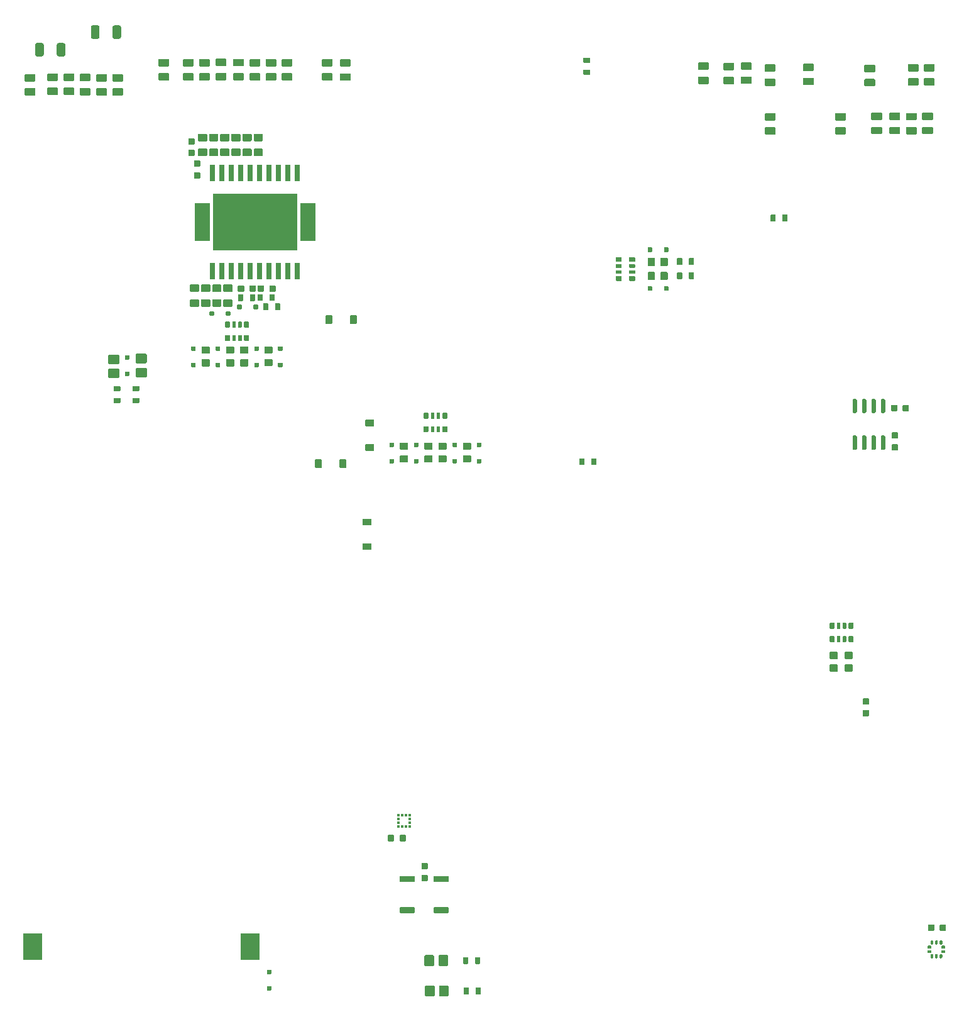
<source format=gtp>
G04 #@! TF.GenerationSoftware,KiCad,Pcbnew,(5.99.0-10559-g8513ca974c)*
G04 #@! TF.CreationDate,2021-11-27T12:42:04+02:00*
G04 #@! TF.ProjectId,hellen64_NB1,68656c6c-656e-4363-945f-4e42312e6b69,b*
G04 #@! TF.SameCoordinates,PX141ef50PYa2cc1bc*
G04 #@! TF.FileFunction,Paste,Top*
G04 #@! TF.FilePolarity,Positive*
%FSLAX46Y46*%
G04 Gerber Fmt 4.6, Leading zero omitted, Abs format (unit mm)*
G04 Created by KiCad (PCBNEW (5.99.0-10559-g8513ca974c)) date 2021-11-27 12:42:04*
%MOMM*%
%LPD*%
G01*
G04 APERTURE LIST*
%ADD10O,0.000001X0.000001*%
%ADD11R,0.375000X0.350000*%
%ADD12R,0.350000X0.375000*%
%ADD13R,2.600000X3.600000*%
%ADD14R,0.800000X2.200000*%
%ADD15R,2.032000X5.080000*%
%ADD16R,11.430000X7.620000*%
G04 APERTURE END LIST*
D10*
G04 #@! TO.C,M4*
X89968539Y5845064D03*
X82218547Y19395047D03*
X82988541Y4570030D03*
G04 #@! TD*
G04 #@! TO.C,R8*
G36*
G01*
X128075000Y121049999D02*
X126825000Y121049999D01*
G75*
G02*
X126725000Y121149999I0J100000D01*
G01*
X126725000Y121949999D01*
G75*
G02*
X126825000Y122049999I100000J0D01*
G01*
X128075000Y122049999D01*
G75*
G02*
X128175000Y121949999I0J-100000D01*
G01*
X128175000Y121149999D01*
G75*
G02*
X128075000Y121049999I-100000J0D01*
G01*
G37*
G36*
G01*
X128075000Y122950021D02*
X126825000Y122950021D01*
G75*
G02*
X126725000Y123050021I0J100000D01*
G01*
X126725000Y123850021D01*
G75*
G02*
X126825000Y123950021I100000J0D01*
G01*
X128075000Y123950021D01*
G75*
G02*
X128175000Y123850021I0J-100000D01*
G01*
X128175000Y123050021D01*
G75*
G02*
X128075000Y122950021I-100000J0D01*
G01*
G37*
G04 #@! TD*
G04 #@! TO.C,R32*
G36*
G01*
X48649428Y128280339D02*
X47399428Y128280339D01*
G75*
G02*
X47299428Y128380339I0J100000D01*
G01*
X47299428Y129180339D01*
G75*
G02*
X47399428Y129280339I100000J0D01*
G01*
X48649428Y129280339D01*
G75*
G02*
X48749428Y129180339I0J-100000D01*
G01*
X48749428Y128380339D01*
G75*
G02*
X48649428Y128280339I-100000J0D01*
G01*
G37*
G36*
G01*
X48649428Y130180361D02*
X47399428Y130180361D01*
G75*
G02*
X47299428Y130280361I0J100000D01*
G01*
X47299428Y131080361D01*
G75*
G02*
X47399428Y131180361I100000J0D01*
G01*
X48649428Y131180361D01*
G75*
G02*
X48749428Y131080361I0J-100000D01*
G01*
X48749428Y130280361D01*
G75*
G02*
X48649428Y130180361I-100000J0D01*
G01*
G37*
G04 #@! TD*
G04 #@! TO.C,R2*
G36*
G01*
X24710000Y87162500D02*
X25490000Y87162500D01*
G75*
G02*
X25560000Y87092500I0J-70000D01*
G01*
X25560000Y86532500D01*
G75*
G02*
X25490000Y86462500I-70000J0D01*
G01*
X24710000Y86462500D01*
G75*
G02*
X24640000Y86532500I0J70000D01*
G01*
X24640000Y87092500D01*
G75*
G02*
X24710000Y87162500I70000J0D01*
G01*
G37*
G36*
G01*
X24710000Y85562500D02*
X25490000Y85562500D01*
G75*
G02*
X25560000Y85492500I0J-70000D01*
G01*
X25560000Y84932500D01*
G75*
G02*
X25490000Y84862500I-70000J0D01*
G01*
X24710000Y84862500D01*
G75*
G02*
X24640000Y84932500I0J70000D01*
G01*
X24640000Y85492500D01*
G75*
G02*
X24710000Y85562500I70000J0D01*
G01*
G37*
G04 #@! TD*
G04 #@! TO.C,R4*
G36*
G01*
X113151680Y109390340D02*
X113151680Y110170340D01*
G75*
G02*
X113221680Y110240340I70000J0D01*
G01*
X113781680Y110240340D01*
G75*
G02*
X113851680Y110170340I0J-70000D01*
G01*
X113851680Y109390340D01*
G75*
G02*
X113781680Y109320340I-70000J0D01*
G01*
X113221680Y109320340D01*
G75*
G02*
X113151680Y109390340I0J70000D01*
G01*
G37*
G36*
G01*
X114751680Y109390340D02*
X114751680Y110170340D01*
G75*
G02*
X114821680Y110240340I70000J0D01*
G01*
X115381680Y110240340D01*
G75*
G02*
X115451680Y110170340I0J-70000D01*
G01*
X115451680Y109390340D01*
G75*
G02*
X115381680Y109320340I-70000J0D01*
G01*
X114821680Y109320340D01*
G75*
G02*
X114751680Y109390340I0J70000D01*
G01*
G37*
G04 #@! TD*
G04 #@! TO.C,C3*
G36*
G01*
X61596678Y25965340D02*
X61596678Y26645340D01*
G75*
G02*
X61681678Y26730340I85000J0D01*
G01*
X62361678Y26730340D01*
G75*
G02*
X62446678Y26645340I0J-85000D01*
G01*
X62446678Y25965340D01*
G75*
G02*
X62361678Y25880340I-85000J0D01*
G01*
X61681678Y25880340D01*
G75*
G02*
X61596678Y25965340I0J85000D01*
G01*
G37*
G36*
G01*
X63176680Y25965340D02*
X63176680Y26645340D01*
G75*
G02*
X63261680Y26730340I85000J0D01*
G01*
X63941680Y26730340D01*
G75*
G02*
X64026680Y26645340I0J-85000D01*
G01*
X64026680Y25965340D01*
G75*
G02*
X63941680Y25880340I-85000J0D01*
G01*
X63261680Y25880340D01*
G75*
G02*
X63176680Y25965340I0J85000D01*
G01*
G37*
G04 #@! TD*
G04 #@! TO.C,R9*
G36*
G01*
X44026680Y98690340D02*
X44026680Y99470340D01*
G75*
G02*
X44096680Y99540340I70000J0D01*
G01*
X44656680Y99540340D01*
G75*
G02*
X44726680Y99470340I0J-70000D01*
G01*
X44726680Y98690340D01*
G75*
G02*
X44656680Y98620340I-70000J0D01*
G01*
X44096680Y98620340D01*
G75*
G02*
X44026680Y98690340I0J70000D01*
G01*
G37*
G36*
G01*
X45626680Y98690340D02*
X45626680Y99470340D01*
G75*
G02*
X45696680Y99540340I70000J0D01*
G01*
X46256680Y99540340D01*
G75*
G02*
X46326680Y99470340I0J-70000D01*
G01*
X46326680Y98690340D01*
G75*
G02*
X46256680Y98620340I-70000J0D01*
G01*
X45696680Y98620340D01*
G75*
G02*
X45626680Y98690340I0J70000D01*
G01*
G37*
G04 #@! TD*
G04 #@! TO.C,R21*
G36*
G01*
X56501680Y128255318D02*
X55251680Y128255318D01*
G75*
G02*
X55151680Y128355318I0J100000D01*
G01*
X55151680Y129155318D01*
G75*
G02*
X55251680Y129255318I100000J0D01*
G01*
X56501680Y129255318D01*
G75*
G02*
X56601680Y129155318I0J-100000D01*
G01*
X56601680Y128355318D01*
G75*
G02*
X56501680Y128255318I-100000J0D01*
G01*
G37*
G36*
G01*
X56501680Y130155340D02*
X55251680Y130155340D01*
G75*
G02*
X55151680Y130255340I0J100000D01*
G01*
X55151680Y131055340D01*
G75*
G02*
X55251680Y131155340I100000J0D01*
G01*
X56501680Y131155340D01*
G75*
G02*
X56601680Y131055340I0J-100000D01*
G01*
X56601680Y130255340D01*
G75*
G02*
X56501680Y130155340I-100000J0D01*
G01*
G37*
G04 #@! TD*
G04 #@! TO.C,M5*
X57244999Y68321715D03*
G04 #@! TD*
G04 #@! TO.C,R36*
G36*
G01*
X32026680Y128280339D02*
X30776680Y128280339D01*
G75*
G02*
X30676680Y128380339I0J100000D01*
G01*
X30676680Y129180339D01*
G75*
G02*
X30776680Y129280339I100000J0D01*
G01*
X32026680Y129280339D01*
G75*
G02*
X32126680Y129180339I0J-100000D01*
G01*
X32126680Y128380339D01*
G75*
G02*
X32026680Y128280339I-100000J0D01*
G01*
G37*
G36*
G01*
X32026680Y130180361D02*
X30776680Y130180361D01*
G75*
G02*
X30676680Y130280361I0J100000D01*
G01*
X30676680Y131080361D01*
G75*
G02*
X30776680Y131180361I100000J0D01*
G01*
X32026680Y131180361D01*
G75*
G02*
X32126680Y131080361I0J-100000D01*
G01*
X32126680Y130280361D01*
G75*
G02*
X32026680Y130180361I-100000J0D01*
G01*
G37*
G04 #@! TD*
G04 #@! TO.C,D1*
G36*
G01*
X67906019Y6350340D02*
X67906019Y5110340D01*
G75*
G02*
X67776019Y4980340I-130000J0D01*
G01*
X66736019Y4980340D01*
G75*
G02*
X66606019Y5110340I0J130000D01*
G01*
X66606019Y6350340D01*
G75*
G02*
X66736019Y6480340I130000J0D01*
G01*
X67776019Y6480340D01*
G75*
G02*
X67906019Y6350340I0J-130000D01*
G01*
G37*
G36*
G01*
X69806040Y6350340D02*
X69806040Y5110340D01*
G75*
G02*
X69676040Y4980340I-130000J0D01*
G01*
X68636040Y4980340D01*
G75*
G02*
X68506040Y5110340I0J130000D01*
G01*
X68506040Y6350340D01*
G75*
G02*
X68636040Y6480340I130000J0D01*
G01*
X69676040Y6480340D01*
G75*
G02*
X69806040Y6350340I0J-130000D01*
G01*
G37*
G04 #@! TD*
G04 #@! TO.C,R48*
G36*
G01*
X113701680Y127555318D02*
X112451680Y127555318D01*
G75*
G02*
X112351680Y127655318I0J100000D01*
G01*
X112351680Y128455318D01*
G75*
G02*
X112451680Y128555318I100000J0D01*
G01*
X113701680Y128555318D01*
G75*
G02*
X113801680Y128455318I0J-100000D01*
G01*
X113801680Y127655318D01*
G75*
G02*
X113701680Y127555318I-100000J0D01*
G01*
G37*
G36*
G01*
X113701680Y129455340D02*
X112451680Y129455340D01*
G75*
G02*
X112351680Y129555340I0J100000D01*
G01*
X112351680Y130355340D01*
G75*
G02*
X112451680Y130455340I100000J0D01*
G01*
X113701680Y130455340D01*
G75*
G02*
X113801680Y130355340I0J-100000D01*
G01*
X113801680Y129555340D01*
G75*
G02*
X113701680Y129455340I-100000J0D01*
G01*
G37*
G04 #@! TD*
G04 #@! TO.C,D15*
G36*
G01*
X62411889Y79496090D02*
X62411889Y79016090D01*
G75*
G02*
X62351889Y78956090I-60000J0D01*
G01*
X61871889Y78956090D01*
G75*
G02*
X61811889Y79016090I0J60000D01*
G01*
X61811889Y79496090D01*
G75*
G02*
X61871889Y79556090I60000J0D01*
G01*
X62351889Y79556090D01*
G75*
G02*
X62411889Y79496090I0J-60000D01*
G01*
G37*
G36*
G01*
X62411889Y77296090D02*
X62411889Y76816090D01*
G75*
G02*
X62351889Y76756090I-60000J0D01*
G01*
X61871889Y76756090D01*
G75*
G02*
X61811889Y76816090I0J60000D01*
G01*
X61811889Y77296090D01*
G75*
G02*
X61871889Y77356090I60000J0D01*
G01*
X62351889Y77356090D01*
G75*
G02*
X62411889Y77296090I0J-60000D01*
G01*
G37*
G04 #@! TD*
G04 #@! TO.C,C7*
G36*
G01*
X34790197Y120526785D02*
X35470197Y120526785D01*
G75*
G02*
X35555197Y120441785I0J-85000D01*
G01*
X35555197Y119761785D01*
G75*
G02*
X35470197Y119676785I-85000J0D01*
G01*
X34790197Y119676785D01*
G75*
G02*
X34705197Y119761785I0J85000D01*
G01*
X34705197Y120441785D01*
G75*
G02*
X34790197Y120526785I85000J0D01*
G01*
G37*
G36*
G01*
X34790197Y118946783D02*
X35470197Y118946783D01*
G75*
G02*
X35555197Y118861783I0J-85000D01*
G01*
X35555197Y118181783D01*
G75*
G02*
X35470197Y118096783I-85000J0D01*
G01*
X34790197Y118096783D01*
G75*
G02*
X34705197Y118181783I0J85000D01*
G01*
X34705197Y118861783D01*
G75*
G02*
X34790197Y118946783I85000J0D01*
G01*
G37*
G04 #@! TD*
G04 #@! TO.C,C1*
G36*
G01*
X66211680Y22945341D02*
X66891680Y22945341D01*
G75*
G02*
X66976680Y22860341I0J-85000D01*
G01*
X66976680Y22180341D01*
G75*
G02*
X66891680Y22095341I-85000J0D01*
G01*
X66211680Y22095341D01*
G75*
G02*
X66126680Y22180341I0J85000D01*
G01*
X66126680Y22860341D01*
G75*
G02*
X66211680Y22945341I85000J0D01*
G01*
G37*
G36*
G01*
X66211680Y21365339D02*
X66891680Y21365339D01*
G75*
G02*
X66976680Y21280339I0J-85000D01*
G01*
X66976680Y20600339D01*
G75*
G02*
X66891680Y20515339I-85000J0D01*
G01*
X66211680Y20515339D01*
G75*
G02*
X66126680Y20600339I0J85000D01*
G01*
X66126680Y21280339D01*
G75*
G02*
X66211680Y21365339I85000J0D01*
G01*
G37*
G04 #@! TD*
G04 #@! TO.C,S1*
G36*
G01*
X63281680Y21205341D02*
X65121680Y21205341D01*
G75*
G02*
X65201680Y21125341I0J-80000D01*
G01*
X65201680Y20485341D01*
G75*
G02*
X65121680Y20405341I-80000J0D01*
G01*
X63281680Y20405341D01*
G75*
G02*
X63201680Y20485341I0J80000D01*
G01*
X63201680Y21125341D01*
G75*
G02*
X63281680Y21205341I80000J0D01*
G01*
G37*
G36*
G01*
X63281680Y17005340D02*
X65121680Y17005340D01*
G75*
G02*
X65201680Y16925340I0J-80000D01*
G01*
X65201680Y16285340D01*
G75*
G02*
X65121680Y16205340I-80000J0D01*
G01*
X63281680Y16205340D01*
G75*
G02*
X63201680Y16285340I0J80000D01*
G01*
X63201680Y16925340D01*
G75*
G02*
X63281680Y17005340I80000J0D01*
G01*
G37*
G04 #@! TD*
G04 #@! TO.C,D6*
G36*
G01*
X71811891Y79556089D02*
X72711891Y79556089D01*
G75*
G02*
X72811891Y79456089I0J-100000D01*
G01*
X72811891Y78656089D01*
G75*
G02*
X72711891Y78556089I-100000J0D01*
G01*
X71811891Y78556089D01*
G75*
G02*
X71711891Y78656089I0J100000D01*
G01*
X71711891Y79456089D01*
G75*
G02*
X71811891Y79556089I100000J0D01*
G01*
G37*
G36*
G01*
X71811891Y77856089D02*
X72711891Y77856089D01*
G75*
G02*
X72811891Y77756089I0J-100000D01*
G01*
X72811891Y76956089D01*
G75*
G02*
X72711891Y76856089I-100000J0D01*
G01*
X71811891Y76856089D01*
G75*
G02*
X71711891Y76956089I0J100000D01*
G01*
X71711891Y77756089D01*
G75*
G02*
X71811891Y77856089I100000J0D01*
G01*
G37*
G04 #@! TD*
G04 #@! TO.C,C4*
G36*
G01*
X131806682Y84545340D02*
X131806682Y83865340D01*
G75*
G02*
X131721682Y83780340I-85000J0D01*
G01*
X131041682Y83780340D01*
G75*
G02*
X130956682Y83865340I0J85000D01*
G01*
X130956682Y84545340D01*
G75*
G02*
X131041682Y84630340I85000J0D01*
G01*
X131721682Y84630340D01*
G75*
G02*
X131806682Y84545340I0J-85000D01*
G01*
G37*
G36*
G01*
X130226680Y84545340D02*
X130226680Y83865340D01*
G75*
G02*
X130141680Y83780340I-85000J0D01*
G01*
X129461680Y83780340D01*
G75*
G02*
X129376680Y83865340I0J85000D01*
G01*
X129376680Y84545340D01*
G75*
G02*
X129461680Y84630340I85000J0D01*
G01*
X130141680Y84630340D01*
G75*
G02*
X130226680Y84545340I0J-85000D01*
G01*
G37*
G04 #@! TD*
G04 #@! TO.C,R24*
G36*
G01*
X113751680Y121005339D02*
X112501680Y121005339D01*
G75*
G02*
X112401680Y121105339I0J100000D01*
G01*
X112401680Y121905339D01*
G75*
G02*
X112501680Y122005339I100000J0D01*
G01*
X113751680Y122005339D01*
G75*
G02*
X113851680Y121905339I0J-100000D01*
G01*
X113851680Y121105339D01*
G75*
G02*
X113751680Y121005339I-100000J0D01*
G01*
G37*
G36*
G01*
X113751680Y122905361D02*
X112501680Y122905361D01*
G75*
G02*
X112401680Y123005361I0J100000D01*
G01*
X112401680Y123805361D01*
G75*
G02*
X112501680Y123905361I100000J0D01*
G01*
X113751680Y123905361D01*
G75*
G02*
X113851680Y123805361I0J-100000D01*
G01*
X113851680Y123005361D01*
G75*
G02*
X113751680Y122905361I-100000J0D01*
G01*
G37*
G04 #@! TD*
G04 #@! TO.C,D28*
G36*
G01*
X55996680Y77215340D02*
X55996680Y76195340D01*
G75*
G02*
X55906680Y76105340I-90000J0D01*
G01*
X55186680Y76105340D01*
G75*
G02*
X55096680Y76195340I0J90000D01*
G01*
X55096680Y77215340D01*
G75*
G02*
X55186680Y77305340I90000J0D01*
G01*
X55906680Y77305340D01*
G75*
G02*
X55996680Y77215340I0J-90000D01*
G01*
G37*
G36*
G01*
X52696680Y77215340D02*
X52696680Y76195340D01*
G75*
G02*
X52606680Y76105340I-90000J0D01*
G01*
X51886680Y76105340D01*
G75*
G02*
X51796680Y76195340I0J90000D01*
G01*
X51796680Y77215340D01*
G75*
G02*
X51886680Y77305340I90000J0D01*
G01*
X52606680Y77305340D01*
G75*
G02*
X52696680Y77215340I0J-90000D01*
G01*
G37*
G04 #@! TD*
G04 #@! TO.C,R33*
G36*
G01*
X44326680Y128280339D02*
X43076680Y128280339D01*
G75*
G02*
X42976680Y128380339I0J100000D01*
G01*
X42976680Y129180339D01*
G75*
G02*
X43076680Y129280339I100000J0D01*
G01*
X44326680Y129280339D01*
G75*
G02*
X44426680Y129180339I0J-100000D01*
G01*
X44426680Y128380339D01*
G75*
G02*
X44326680Y128280339I-100000J0D01*
G01*
G37*
G36*
G01*
X44326680Y130180361D02*
X43076680Y130180361D01*
G75*
G02*
X42976680Y130280361I0J100000D01*
G01*
X42976680Y131080361D01*
G75*
G02*
X43076680Y131180361I100000J0D01*
G01*
X44326680Y131180361D01*
G75*
G02*
X44426680Y131080361I0J-100000D01*
G01*
X44426680Y130280361D01*
G75*
G02*
X44326680Y130180361I-100000J0D01*
G01*
G37*
G04 #@! TD*
G04 #@! TO.C,D12*
G36*
G01*
X74199386Y79494591D02*
X74199386Y79014591D01*
G75*
G02*
X74139386Y78954591I-60000J0D01*
G01*
X73659386Y78954591D01*
G75*
G02*
X73599386Y79014591I0J60000D01*
G01*
X73599386Y79494591D01*
G75*
G02*
X73659386Y79554591I60000J0D01*
G01*
X74139386Y79554591D01*
G75*
G02*
X74199386Y79494591I0J-60000D01*
G01*
G37*
G36*
G01*
X74199386Y77294591D02*
X74199386Y76814591D01*
G75*
G02*
X74139386Y76754591I-60000J0D01*
G01*
X73659386Y76754591D01*
G75*
G02*
X73599386Y76814591I0J60000D01*
G01*
X73599386Y77294591D01*
G75*
G02*
X73659386Y77354591I60000J0D01*
G01*
X74139386Y77354591D01*
G75*
G02*
X74199386Y77294591I0J-60000D01*
G01*
G37*
G04 #@! TD*
G04 #@! TO.C,R42*
G36*
G01*
X14016221Y126259437D02*
X12766221Y126259437D01*
G75*
G02*
X12666221Y126359437I0J100000D01*
G01*
X12666221Y127159437D01*
G75*
G02*
X12766221Y127259437I100000J0D01*
G01*
X14016221Y127259437D01*
G75*
G02*
X14116221Y127159437I0J-100000D01*
G01*
X14116221Y126359437D01*
G75*
G02*
X14016221Y126259437I-100000J0D01*
G01*
G37*
G36*
G01*
X14016221Y128159459D02*
X12766221Y128159459D01*
G75*
G02*
X12666221Y128259459I0J100000D01*
G01*
X12666221Y129059459D01*
G75*
G02*
X12766221Y129159459I100000J0D01*
G01*
X14016221Y129159459D01*
G75*
G02*
X14116221Y129059459I0J-100000D01*
G01*
X14116221Y128259459D01*
G75*
G02*
X14016221Y128159459I-100000J0D01*
G01*
G37*
G04 #@! TD*
G04 #@! TO.C,D22*
G36*
G01*
X38989177Y92443841D02*
X38989177Y91963841D01*
G75*
G02*
X38929177Y91903841I-60000J0D01*
G01*
X38449177Y91903841D01*
G75*
G02*
X38389177Y91963841I0J60000D01*
G01*
X38389177Y92443841D01*
G75*
G02*
X38449177Y92503841I60000J0D01*
G01*
X38929177Y92503841D01*
G75*
G02*
X38989177Y92443841I0J-60000D01*
G01*
G37*
G36*
G01*
X38989177Y90243841D02*
X38989177Y89763841D01*
G75*
G02*
X38929177Y89703841I-60000J0D01*
G01*
X38449177Y89703841D01*
G75*
G02*
X38389177Y89763841I0J60000D01*
G01*
X38389177Y90243841D01*
G75*
G02*
X38449177Y90303841I60000J0D01*
G01*
X38929177Y90303841D01*
G75*
G02*
X38989177Y90243841I0J-60000D01*
G01*
G37*
G04 #@! TD*
G04 #@! TO.C,D11*
G36*
G01*
X28995000Y90212521D02*
X27755000Y90212521D01*
G75*
G02*
X27625000Y90342521I0J130000D01*
G01*
X27625000Y91382521D01*
G75*
G02*
X27755000Y91512521I130000J0D01*
G01*
X28995000Y91512521D01*
G75*
G02*
X29125000Y91382521I0J-130000D01*
G01*
X29125000Y90342521D01*
G75*
G02*
X28995000Y90212521I-130000J0D01*
G01*
G37*
G36*
G01*
X28995000Y88312500D02*
X27755000Y88312500D01*
G75*
G02*
X27625000Y88442500I0J130000D01*
G01*
X27625000Y89482500D01*
G75*
G02*
X27755000Y89612500I130000J0D01*
G01*
X28995000Y89612500D01*
G75*
G02*
X29125000Y89482500I0J-130000D01*
G01*
X29125000Y88442500D01*
G75*
G02*
X28995000Y88312500I-130000J0D01*
G01*
G37*
G04 #@! TD*
G04 #@! TO.C,C17*
G36*
G01*
X39526680Y100830340D02*
X40576680Y100830340D01*
G75*
G02*
X40676680Y100730340I0J-100000D01*
G01*
X40676680Y99930340D01*
G75*
G02*
X40576680Y99830340I-100000J0D01*
G01*
X39526680Y99830340D01*
G75*
G02*
X39426680Y99930340I0J100000D01*
G01*
X39426680Y100730340D01*
G75*
G02*
X39526680Y100830340I100000J0D01*
G01*
G37*
G36*
G01*
X39526680Y98830340D02*
X40576680Y98830340D01*
G75*
G02*
X40676680Y98730340I0J-100000D01*
G01*
X40676680Y97930340D01*
G75*
G02*
X40576680Y97830340I-100000J0D01*
G01*
X39526680Y97830340D01*
G75*
G02*
X39426680Y97930340I0J100000D01*
G01*
X39426680Y98730340D01*
G75*
G02*
X39526680Y98830340I100000J0D01*
G01*
G37*
G04 #@! TD*
G04 #@! TO.C,R11*
G36*
G01*
X88011680Y131355340D02*
X88791680Y131355340D01*
G75*
G02*
X88861680Y131285340I0J-70000D01*
G01*
X88861680Y130725340D01*
G75*
G02*
X88791680Y130655340I-70000J0D01*
G01*
X88011680Y130655340D01*
G75*
G02*
X87941680Y130725340I0J70000D01*
G01*
X87941680Y131285340D01*
G75*
G02*
X88011680Y131355340I70000J0D01*
G01*
G37*
G36*
G01*
X88011680Y129755340D02*
X88791680Y129755340D01*
G75*
G02*
X88861680Y129685340I0J-70000D01*
G01*
X88861680Y129125340D01*
G75*
G02*
X88791680Y129055340I-70000J0D01*
G01*
X88011680Y129055340D01*
G75*
G02*
X87941680Y129125340I0J70000D01*
G01*
X87941680Y129685340D01*
G75*
G02*
X88011680Y129755340I70000J0D01*
G01*
G37*
G04 #@! TD*
G04 #@! TO.C,R6*
G36*
G01*
X69611889Y83491090D02*
X69611889Y82821090D01*
G75*
G02*
X69546889Y82756090I-65000J0D01*
G01*
X69026889Y82756090D01*
G75*
G02*
X68961889Y82821090I0J65000D01*
G01*
X68961889Y83491090D01*
G75*
G02*
X69026889Y83556090I65000J0D01*
G01*
X69546889Y83556090D01*
G75*
G02*
X69611889Y83491090I0J-65000D01*
G01*
G37*
G36*
G01*
X68636889Y83511090D02*
X68636889Y82801090D01*
G75*
G02*
X68591889Y82756090I-45000J0D01*
G01*
X68231889Y82756090D01*
G75*
G02*
X68186889Y82801090I0J45000D01*
G01*
X68186889Y83511090D01*
G75*
G02*
X68231889Y83556090I45000J0D01*
G01*
X68591889Y83556090D01*
G75*
G02*
X68636889Y83511090I0J-45000D01*
G01*
G37*
G36*
G01*
X67836889Y83511090D02*
X67836889Y82801090D01*
G75*
G02*
X67791889Y82756090I-45000J0D01*
G01*
X67431889Y82756090D01*
G75*
G02*
X67386889Y82801090I0J45000D01*
G01*
X67386889Y83511090D01*
G75*
G02*
X67431889Y83556090I45000J0D01*
G01*
X67791889Y83556090D01*
G75*
G02*
X67836889Y83511090I0J-45000D01*
G01*
G37*
G36*
G01*
X67061889Y83491090D02*
X67061889Y82821090D01*
G75*
G02*
X66996889Y82756090I-65000J0D01*
G01*
X66476889Y82756090D01*
G75*
G02*
X66411889Y82821090I0J65000D01*
G01*
X66411889Y83491090D01*
G75*
G02*
X66476889Y83556090I65000J0D01*
G01*
X66996889Y83556090D01*
G75*
G02*
X67061889Y83491090I0J-65000D01*
G01*
G37*
G36*
G01*
X67061889Y81691090D02*
X67061889Y81021090D01*
G75*
G02*
X66996889Y80956090I-65000J0D01*
G01*
X66476889Y80956090D01*
G75*
G02*
X66411889Y81021090I0J65000D01*
G01*
X66411889Y81691090D01*
G75*
G02*
X66476889Y81756090I65000J0D01*
G01*
X66996889Y81756090D01*
G75*
G02*
X67061889Y81691090I0J-65000D01*
G01*
G37*
G36*
G01*
X67836889Y81711090D02*
X67836889Y81001090D01*
G75*
G02*
X67791889Y80956090I-45000J0D01*
G01*
X67431889Y80956090D01*
G75*
G02*
X67386889Y81001090I0J45000D01*
G01*
X67386889Y81711090D01*
G75*
G02*
X67431889Y81756090I45000J0D01*
G01*
X67791889Y81756090D01*
G75*
G02*
X67836889Y81711090I0J-45000D01*
G01*
G37*
G36*
G01*
X68636889Y81711090D02*
X68636889Y81001090D01*
G75*
G02*
X68591889Y80956090I-45000J0D01*
G01*
X68231889Y80956090D01*
G75*
G02*
X68186889Y81001090I0J45000D01*
G01*
X68186889Y81711090D01*
G75*
G02*
X68231889Y81756090I45000J0D01*
G01*
X68591889Y81756090D01*
G75*
G02*
X68636889Y81711090I0J-45000D01*
G01*
G37*
G36*
G01*
X69611889Y81691090D02*
X69611889Y81021090D01*
G75*
G02*
X69546889Y80956090I-65000J0D01*
G01*
X69026889Y80956090D01*
G75*
G02*
X68961889Y81021090I0J65000D01*
G01*
X68961889Y81691090D01*
G75*
G02*
X69026889Y81756090I65000J0D01*
G01*
X69546889Y81756090D01*
G75*
G02*
X69611889Y81691090I0J-65000D01*
G01*
G37*
G04 #@! TD*
G04 #@! TO.C,R43*
G36*
G01*
X54051680Y128280339D02*
X52801680Y128280339D01*
G75*
G02*
X52701680Y128380339I0J100000D01*
G01*
X52701680Y129180339D01*
G75*
G02*
X52801680Y129280339I100000J0D01*
G01*
X54051680Y129280339D01*
G75*
G02*
X54151680Y129180339I0J-100000D01*
G01*
X54151680Y128380339D01*
G75*
G02*
X54051680Y128280339I-100000J0D01*
G01*
G37*
G36*
G01*
X54051680Y130180361D02*
X52801680Y130180361D01*
G75*
G02*
X52701680Y130280361I0J100000D01*
G01*
X52701680Y131080361D01*
G75*
G02*
X52801680Y131180361I100000J0D01*
G01*
X54051680Y131180361D01*
G75*
G02*
X54151680Y131080361I0J-100000D01*
G01*
X54151680Y130280361D01*
G75*
G02*
X54051680Y130180361I-100000J0D01*
G01*
G37*
G04 #@! TD*
G04 #@! TO.C,D30*
G36*
G01*
X96662380Y100599897D02*
X97142380Y100599897D01*
G75*
G02*
X97202380Y100539897I0J-60000D01*
G01*
X97202380Y100059897D01*
G75*
G02*
X97142380Y99999897I-60000J0D01*
G01*
X96662380Y99999897D01*
G75*
G02*
X96602380Y100059897I0J60000D01*
G01*
X96602380Y100539897D01*
G75*
G02*
X96662380Y100599897I60000J0D01*
G01*
G37*
G36*
G01*
X98862380Y100599897D02*
X99342380Y100599897D01*
G75*
G02*
X99402380Y100539897I0J-60000D01*
G01*
X99402380Y100059897D01*
G75*
G02*
X99342380Y99999897I-60000J0D01*
G01*
X98862380Y99999897D01*
G75*
G02*
X98802380Y100059897I0J60000D01*
G01*
X98802380Y100539897D01*
G75*
G02*
X98862380Y100599897I60000J0D01*
G01*
G37*
G04 #@! TD*
G04 #@! TO.C,M8*
X58359046Y98199900D03*
G04 #@! TD*
G04 #@! TO.C,R17*
G36*
G01*
X131751680Y130496041D02*
X133001680Y130496041D01*
G75*
G02*
X133101680Y130396041I0J-100000D01*
G01*
X133101680Y129596041D01*
G75*
G02*
X133001680Y129496041I-100000J0D01*
G01*
X131751680Y129496041D01*
G75*
G02*
X131651680Y129596041I0J100000D01*
G01*
X131651680Y130396041D01*
G75*
G02*
X131751680Y130496041I100000J0D01*
G01*
G37*
G36*
G01*
X131751680Y128596019D02*
X133001680Y128596019D01*
G75*
G02*
X133101680Y128496019I0J-100000D01*
G01*
X133101680Y127696019D01*
G75*
G02*
X133001680Y127596019I-100000J0D01*
G01*
X131751680Y127596019D01*
G75*
G02*
X131651680Y127696019I0J100000D01*
G01*
X131651680Y128496019D01*
G75*
G02*
X131751680Y128596019I100000J0D01*
G01*
G37*
G04 #@! TD*
G04 #@! TO.C,M13*
X104618539Y19553554D03*
G04 #@! TD*
G04 #@! TO.C,S2*
G36*
G01*
X67856680Y21205341D02*
X69696680Y21205341D01*
G75*
G02*
X69776680Y21125341I0J-80000D01*
G01*
X69776680Y20485341D01*
G75*
G02*
X69696680Y20405341I-80000J0D01*
G01*
X67856680Y20405341D01*
G75*
G02*
X67776680Y20485341I0J80000D01*
G01*
X67776680Y21125341D01*
G75*
G02*
X67856680Y21205341I80000J0D01*
G01*
G37*
G36*
G01*
X67856680Y17005340D02*
X69696680Y17005340D01*
G75*
G02*
X69776680Y16925340I0J-80000D01*
G01*
X69776680Y16285340D01*
G75*
G02*
X69696680Y16205340I-80000J0D01*
G01*
X67856680Y16205340D01*
G75*
G02*
X67776680Y16285340I0J80000D01*
G01*
X67776680Y16925340D01*
G75*
G02*
X67856680Y17005340I80000J0D01*
G01*
G37*
G04 #@! TD*
G04 #@! TO.C,R40*
G36*
G01*
X23666221Y126254437D02*
X22416221Y126254437D01*
G75*
G02*
X22316221Y126354437I0J100000D01*
G01*
X22316221Y127154437D01*
G75*
G02*
X22416221Y127254437I100000J0D01*
G01*
X23666221Y127254437D01*
G75*
G02*
X23766221Y127154437I0J-100000D01*
G01*
X23766221Y126354437D01*
G75*
G02*
X23666221Y126254437I-100000J0D01*
G01*
G37*
G36*
G01*
X23666221Y128154459D02*
X22416221Y128154459D01*
G75*
G02*
X22316221Y128254459I0J100000D01*
G01*
X22316221Y129054459D01*
G75*
G02*
X22416221Y129154459I100000J0D01*
G01*
X23666221Y129154459D01*
G75*
G02*
X23766221Y129054459I0J-100000D01*
G01*
X23766221Y128254459D01*
G75*
G02*
X23666221Y128154459I-100000J0D01*
G01*
G37*
G04 #@! TD*
G04 #@! TO.C,D23*
G36*
G01*
X35701680Y92445340D02*
X35701680Y91965340D01*
G75*
G02*
X35641680Y91905340I-60000J0D01*
G01*
X35161680Y91905340D01*
G75*
G02*
X35101680Y91965340I0J60000D01*
G01*
X35101680Y92445340D01*
G75*
G02*
X35161680Y92505340I60000J0D01*
G01*
X35641680Y92505340D01*
G75*
G02*
X35701680Y92445340I0J-60000D01*
G01*
G37*
G36*
G01*
X35701680Y90245340D02*
X35701680Y89765340D01*
G75*
G02*
X35641680Y89705340I-60000J0D01*
G01*
X35161680Y89705340D01*
G75*
G02*
X35101680Y89765340I0J60000D01*
G01*
X35101680Y90245340D01*
G75*
G02*
X35161680Y90305340I60000J0D01*
G01*
X35641680Y90305340D01*
G75*
G02*
X35701680Y90245340I0J-60000D01*
G01*
G37*
G04 #@! TD*
G04 #@! TO.C,D26*
G36*
G01*
X96602381Y103412402D02*
X96602381Y104312402D01*
G75*
G02*
X96702381Y104412402I100000J0D01*
G01*
X97502381Y104412402D01*
G75*
G02*
X97602381Y104312402I0J-100000D01*
G01*
X97602381Y103412402D01*
G75*
G02*
X97502381Y103312402I-100000J0D01*
G01*
X96702381Y103312402D01*
G75*
G02*
X96602381Y103412402I0J100000D01*
G01*
G37*
G36*
G01*
X98302381Y103412402D02*
X98302381Y104312402D01*
G75*
G02*
X98402381Y104412402I100000J0D01*
G01*
X99202381Y104412402D01*
G75*
G02*
X99302381Y104312402I0J-100000D01*
G01*
X99302381Y103412402D01*
G75*
G02*
X99202381Y103312402I-100000J0D01*
G01*
X98402381Y103312402D01*
G75*
G02*
X98302381Y103412402I0J100000D01*
G01*
G37*
G04 #@! TD*
G04 #@! TO.C,C16*
G36*
G01*
X43605197Y121111784D02*
X44655197Y121111784D01*
G75*
G02*
X44755197Y121011784I0J-100000D01*
G01*
X44755197Y120211784D01*
G75*
G02*
X44655197Y120111784I-100000J0D01*
G01*
X43605197Y120111784D01*
G75*
G02*
X43505197Y120211784I0J100000D01*
G01*
X43505197Y121011784D01*
G75*
G02*
X43605197Y121111784I100000J0D01*
G01*
G37*
G36*
G01*
X43605197Y119111784D02*
X44655197Y119111784D01*
G75*
G02*
X44755197Y119011784I0J-100000D01*
G01*
X44755197Y118211784D01*
G75*
G02*
X44655197Y118111784I-100000J0D01*
G01*
X43605197Y118111784D01*
G75*
G02*
X43505197Y118211784I0J100000D01*
G01*
X43505197Y119011784D01*
G75*
G02*
X43605197Y119111784I100000J0D01*
G01*
G37*
G04 #@! TD*
G04 #@! TO.C,R16*
G36*
G01*
X92367380Y104512400D02*
X93037380Y104512400D01*
G75*
G02*
X93102380Y104447400I0J-65000D01*
G01*
X93102380Y103927400D01*
G75*
G02*
X93037380Y103862400I-65000J0D01*
G01*
X92367380Y103862400D01*
G75*
G02*
X92302380Y103927400I0J65000D01*
G01*
X92302380Y104447400D01*
G75*
G02*
X92367380Y104512400I65000J0D01*
G01*
G37*
G36*
G01*
X92347380Y103537400D02*
X93057380Y103537400D01*
G75*
G02*
X93102380Y103492400I0J-45000D01*
G01*
X93102380Y103132400D01*
G75*
G02*
X93057380Y103087400I-45000J0D01*
G01*
X92347380Y103087400D01*
G75*
G02*
X92302380Y103132400I0J45000D01*
G01*
X92302380Y103492400D01*
G75*
G02*
X92347380Y103537400I45000J0D01*
G01*
G37*
G36*
G01*
X92347380Y102737400D02*
X93057380Y102737400D01*
G75*
G02*
X93102380Y102692400I0J-45000D01*
G01*
X93102380Y102332400D01*
G75*
G02*
X93057380Y102287400I-45000J0D01*
G01*
X92347380Y102287400D01*
G75*
G02*
X92302380Y102332400I0J45000D01*
G01*
X92302380Y102692400D01*
G75*
G02*
X92347380Y102737400I45000J0D01*
G01*
G37*
G36*
G01*
X92367380Y101962400D02*
X93037380Y101962400D01*
G75*
G02*
X93102380Y101897400I0J-65000D01*
G01*
X93102380Y101377400D01*
G75*
G02*
X93037380Y101312400I-65000J0D01*
G01*
X92367380Y101312400D01*
G75*
G02*
X92302380Y101377400I0J65000D01*
G01*
X92302380Y101897400D01*
G75*
G02*
X92367380Y101962400I65000J0D01*
G01*
G37*
G36*
G01*
X94167380Y101962400D02*
X94837380Y101962400D01*
G75*
G02*
X94902380Y101897400I0J-65000D01*
G01*
X94902380Y101377400D01*
G75*
G02*
X94837380Y101312400I-65000J0D01*
G01*
X94167380Y101312400D01*
G75*
G02*
X94102380Y101377400I0J65000D01*
G01*
X94102380Y101897400D01*
G75*
G02*
X94167380Y101962400I65000J0D01*
G01*
G37*
G36*
G01*
X94147380Y102737400D02*
X94857380Y102737400D01*
G75*
G02*
X94902380Y102692400I0J-45000D01*
G01*
X94902380Y102332400D01*
G75*
G02*
X94857380Y102287400I-45000J0D01*
G01*
X94147380Y102287400D01*
G75*
G02*
X94102380Y102332400I0J45000D01*
G01*
X94102380Y102692400D01*
G75*
G02*
X94147380Y102737400I45000J0D01*
G01*
G37*
G36*
G01*
X94147380Y103537400D02*
X94857380Y103537400D01*
G75*
G02*
X94902380Y103492400I0J-45000D01*
G01*
X94902380Y103132400D01*
G75*
G02*
X94857380Y103087400I-45000J0D01*
G01*
X94147380Y103087400D01*
G75*
G02*
X94102380Y103132400I0J45000D01*
G01*
X94102380Y103492400D01*
G75*
G02*
X94147380Y103537400I45000J0D01*
G01*
G37*
G36*
G01*
X94167380Y104512400D02*
X94837380Y104512400D01*
G75*
G02*
X94902380Y104447400I0J-65000D01*
G01*
X94902380Y103927400D01*
G75*
G02*
X94837380Y103862400I-65000J0D01*
G01*
X94167380Y103862400D01*
G75*
G02*
X94102380Y103927400I0J65000D01*
G01*
X94102380Y104447400D01*
G75*
G02*
X94167380Y104512400I65000J0D01*
G01*
G37*
G04 #@! TD*
G04 #@! TO.C,D9*
G36*
G01*
X63311891Y79556089D02*
X64211891Y79556089D01*
G75*
G02*
X64311891Y79456089I0J-100000D01*
G01*
X64311891Y78656089D01*
G75*
G02*
X64211891Y78556089I-100000J0D01*
G01*
X63311891Y78556089D01*
G75*
G02*
X63211891Y78656089I0J100000D01*
G01*
X63211891Y79456089D01*
G75*
G02*
X63311891Y79556089I100000J0D01*
G01*
G37*
G36*
G01*
X63311891Y77856089D02*
X64211891Y77856089D01*
G75*
G02*
X64311891Y77756089I0J-100000D01*
G01*
X64311891Y76956089D01*
G75*
G02*
X64211891Y76856089I-100000J0D01*
G01*
X63311891Y76856089D01*
G75*
G02*
X63211891Y76956089I0J100000D01*
G01*
X63211891Y77756089D01*
G75*
G02*
X63311891Y77856089I100000J0D01*
G01*
G37*
G04 #@! TD*
G04 #@! TO.C,D8*
G36*
G01*
X66611891Y79556089D02*
X67511891Y79556089D01*
G75*
G02*
X67611891Y79456089I0J-100000D01*
G01*
X67611891Y78656089D01*
G75*
G02*
X67511891Y78556089I-100000J0D01*
G01*
X66611891Y78556089D01*
G75*
G02*
X66511891Y78656089I0J100000D01*
G01*
X66511891Y79456089D01*
G75*
G02*
X66611891Y79556089I100000J0D01*
G01*
G37*
G36*
G01*
X66611891Y77856089D02*
X67511891Y77856089D01*
G75*
G02*
X67611891Y77756089I0J-100000D01*
G01*
X67611891Y76956089D01*
G75*
G02*
X67511891Y76856089I-100000J0D01*
G01*
X66611891Y76856089D01*
G75*
G02*
X66511891Y76956089I0J100000D01*
G01*
X66511891Y77756089D01*
G75*
G02*
X66611891Y77856089I100000J0D01*
G01*
G37*
G04 #@! TD*
G04 #@! TO.C,D14*
G36*
G01*
X65711889Y79496090D02*
X65711889Y79016090D01*
G75*
G02*
X65651889Y78956090I-60000J0D01*
G01*
X65171889Y78956090D01*
G75*
G02*
X65111889Y79016090I0J60000D01*
G01*
X65111889Y79496090D01*
G75*
G02*
X65171889Y79556090I60000J0D01*
G01*
X65651889Y79556090D01*
G75*
G02*
X65711889Y79496090I0J-60000D01*
G01*
G37*
G36*
G01*
X65711889Y77296090D02*
X65711889Y76816090D01*
G75*
G02*
X65651889Y76756090I-60000J0D01*
G01*
X65171889Y76756090D01*
G75*
G02*
X65111889Y76816090I0J60000D01*
G01*
X65111889Y77296090D01*
G75*
G02*
X65171889Y77356090I60000J0D01*
G01*
X65651889Y77356090D01*
G75*
G02*
X65711889Y77296090I0J-60000D01*
G01*
G37*
G04 #@! TD*
G04 #@! TO.C,C13*
G36*
G01*
X41655197Y118111784D02*
X40605197Y118111784D01*
G75*
G02*
X40505197Y118211784I0J100000D01*
G01*
X40505197Y119011784D01*
G75*
G02*
X40605197Y119111784I100000J0D01*
G01*
X41655197Y119111784D01*
G75*
G02*
X41755197Y119011784I0J-100000D01*
G01*
X41755197Y118211784D01*
G75*
G02*
X41655197Y118111784I-100000J0D01*
G01*
G37*
G36*
G01*
X41655197Y120111784D02*
X40605197Y120111784D01*
G75*
G02*
X40505197Y120211784I0J100000D01*
G01*
X40505197Y121011784D01*
G75*
G02*
X40605197Y121111784I100000J0D01*
G01*
X41655197Y121111784D01*
G75*
G02*
X41755197Y121011784I0J-100000D01*
G01*
X41755197Y120211784D01*
G75*
G02*
X41655197Y120111784I-100000J0D01*
G01*
G37*
G04 #@! TD*
G04 #@! TO.C,D29*
G36*
G01*
X96662380Y105812400D02*
X97142380Y105812400D01*
G75*
G02*
X97202380Y105752400I0J-60000D01*
G01*
X97202380Y105272400D01*
G75*
G02*
X97142380Y105212400I-60000J0D01*
G01*
X96662380Y105212400D01*
G75*
G02*
X96602380Y105272400I0J60000D01*
G01*
X96602380Y105752400D01*
G75*
G02*
X96662380Y105812400I60000J0D01*
G01*
G37*
G36*
G01*
X98862380Y105812400D02*
X99342380Y105812400D01*
G75*
G02*
X99402380Y105752400I0J-60000D01*
G01*
X99402380Y105272400D01*
G75*
G02*
X99342380Y105212400I-60000J0D01*
G01*
X98862380Y105212400D01*
G75*
G02*
X98802380Y105272400I0J60000D01*
G01*
X98802380Y105752400D01*
G75*
G02*
X98862380Y105812400I60000J0D01*
G01*
G37*
G04 #@! TD*
G04 #@! TO.C,R38*
G36*
G01*
X17066221Y126329437D02*
X15816221Y126329437D01*
G75*
G02*
X15716221Y126429437I0J100000D01*
G01*
X15716221Y127229437D01*
G75*
G02*
X15816221Y127329437I100000J0D01*
G01*
X17066221Y127329437D01*
G75*
G02*
X17166221Y127229437I0J-100000D01*
G01*
X17166221Y126429437D01*
G75*
G02*
X17066221Y126329437I-100000J0D01*
G01*
G37*
G36*
G01*
X17066221Y128229459D02*
X15816221Y128229459D01*
G75*
G02*
X15716221Y128329459I0J100000D01*
G01*
X15716221Y129129459D01*
G75*
G02*
X15816221Y129229459I100000J0D01*
G01*
X17066221Y129229459D01*
G75*
G02*
X17166221Y129129459I0J-100000D01*
G01*
X17166221Y128329459D01*
G75*
G02*
X17066221Y128229459I-100000J0D01*
G01*
G37*
G04 #@! TD*
G04 #@! TO.C,R44*
G36*
G01*
X127150000Y127499999D02*
X125900000Y127499999D01*
G75*
G02*
X125800000Y127599999I0J100000D01*
G01*
X125800000Y128399999D01*
G75*
G02*
X125900000Y128499999I100000J0D01*
G01*
X127150000Y128499999D01*
G75*
G02*
X127250000Y128399999I0J-100000D01*
G01*
X127250000Y127599999D01*
G75*
G02*
X127150000Y127499999I-100000J0D01*
G01*
G37*
G36*
G01*
X127150000Y129400021D02*
X125900000Y129400021D01*
G75*
G02*
X125800000Y129500021I0J100000D01*
G01*
X125800000Y130300021D01*
G75*
G02*
X125900000Y130400021I100000J0D01*
G01*
X127150000Y130400021D01*
G75*
G02*
X127250000Y130300021I0J-100000D01*
G01*
X127250000Y129500021D01*
G75*
G02*
X127150000Y129400021I-100000J0D01*
G01*
G37*
G04 #@! TD*
G04 #@! TO.C,C9*
G36*
G01*
X37155197Y118111784D02*
X36105197Y118111784D01*
G75*
G02*
X36005197Y118211784I0J100000D01*
G01*
X36005197Y119011784D01*
G75*
G02*
X36105197Y119111784I100000J0D01*
G01*
X37155197Y119111784D01*
G75*
G02*
X37255197Y119011784I0J-100000D01*
G01*
X37255197Y118211784D01*
G75*
G02*
X37155197Y118111784I-100000J0D01*
G01*
G37*
G36*
G01*
X37155197Y120111784D02*
X36105197Y120111784D01*
G75*
G02*
X36005197Y120211784I0J100000D01*
G01*
X36005197Y121011784D01*
G75*
G02*
X36105197Y121111784I100000J0D01*
G01*
X37155197Y121111784D01*
G75*
G02*
X37255197Y121011784I0J-100000D01*
G01*
X37255197Y120211784D01*
G75*
G02*
X37155197Y120111784I-100000J0D01*
G01*
G37*
G04 #@! TD*
G04 #@! TO.C,D16*
G36*
G01*
X45051680Y92512399D02*
X45951680Y92512399D01*
G75*
G02*
X46051680Y92412399I0J-100000D01*
G01*
X46051680Y91612399D01*
G75*
G02*
X45951680Y91512399I-100000J0D01*
G01*
X45051680Y91512399D01*
G75*
G02*
X44951680Y91612399I0J100000D01*
G01*
X44951680Y92412399D01*
G75*
G02*
X45051680Y92512399I100000J0D01*
G01*
G37*
G36*
G01*
X45051680Y90812399D02*
X45951680Y90812399D01*
G75*
G02*
X46051680Y90712399I0J-100000D01*
G01*
X46051680Y89912399D01*
G75*
G02*
X45951680Y89812399I-100000J0D01*
G01*
X45051680Y89812399D01*
G75*
G02*
X44951680Y89912399I0J100000D01*
G01*
X44951680Y90712399D01*
G75*
G02*
X45051680Y90812399I100000J0D01*
G01*
G37*
G04 #@! TD*
G04 #@! TO.C,R3*
G36*
G01*
X87401680Y76590340D02*
X87401680Y77370340D01*
G75*
G02*
X87471680Y77440340I70000J0D01*
G01*
X88031680Y77440340D01*
G75*
G02*
X88101680Y77370340I0J-70000D01*
G01*
X88101680Y76590340D01*
G75*
G02*
X88031680Y76520340I-70000J0D01*
G01*
X87471680Y76520340D01*
G75*
G02*
X87401680Y76590340I0J70000D01*
G01*
G37*
G36*
G01*
X89001680Y76590340D02*
X89001680Y77370340D01*
G75*
G02*
X89071680Y77440340I70000J0D01*
G01*
X89631680Y77440340D01*
G75*
G02*
X89701680Y77370340I0J-70000D01*
G01*
X89701680Y76590340D01*
G75*
G02*
X89631680Y76520340I-70000J0D01*
G01*
X89071680Y76520340D01*
G75*
G02*
X89001680Y76590340I0J70000D01*
G01*
G37*
G04 #@! TD*
G04 #@! TO.C,R10*
G36*
G01*
X43701680Y99445340D02*
X43701680Y98665340D01*
G75*
G02*
X43631680Y98595340I-70000J0D01*
G01*
X43071680Y98595340D01*
G75*
G02*
X43001680Y98665340I0J70000D01*
G01*
X43001680Y99445340D01*
G75*
G02*
X43071680Y99515340I70000J0D01*
G01*
X43631680Y99515340D01*
G75*
G02*
X43701680Y99445340I0J-70000D01*
G01*
G37*
G36*
G01*
X42101680Y99445340D02*
X42101680Y98665340D01*
G75*
G02*
X42031680Y98595340I-70000J0D01*
G01*
X41471680Y98595340D01*
G75*
G02*
X41401680Y98665340I0J70000D01*
G01*
X41401680Y99445340D01*
G75*
G02*
X41471680Y99515340I70000J0D01*
G01*
X42031680Y99515340D01*
G75*
G02*
X42101680Y99445340I0J-70000D01*
G01*
G37*
G04 #@! TD*
G04 #@! TO.C,D19*
G36*
G01*
X36601682Y92505339D02*
X37501682Y92505339D01*
G75*
G02*
X37601682Y92405339I0J-100000D01*
G01*
X37601682Y91605339D01*
G75*
G02*
X37501682Y91505339I-100000J0D01*
G01*
X36601682Y91505339D01*
G75*
G02*
X36501682Y91605339I0J100000D01*
G01*
X36501682Y92405339D01*
G75*
G02*
X36601682Y92505339I100000J0D01*
G01*
G37*
G36*
G01*
X36601682Y90805339D02*
X37501682Y90805339D01*
G75*
G02*
X37601682Y90705339I0J-100000D01*
G01*
X37601682Y89905339D01*
G75*
G02*
X37501682Y89805339I-100000J0D01*
G01*
X36601682Y89805339D01*
G75*
G02*
X36501682Y89905339I0J100000D01*
G01*
X36501682Y90705339D01*
G75*
G02*
X36601682Y90805339I100000J0D01*
G01*
G37*
G04 #@! TD*
G04 #@! TO.C,R30*
G36*
G01*
X35351680Y128280339D02*
X34101680Y128280339D01*
G75*
G02*
X34001680Y128380339I0J100000D01*
G01*
X34001680Y129180339D01*
G75*
G02*
X34101680Y129280339I100000J0D01*
G01*
X35351680Y129280339D01*
G75*
G02*
X35451680Y129180339I0J-100000D01*
G01*
X35451680Y128380339D01*
G75*
G02*
X35351680Y128280339I-100000J0D01*
G01*
G37*
G36*
G01*
X35351680Y130180361D02*
X34101680Y130180361D01*
G75*
G02*
X34001680Y130280361I0J100000D01*
G01*
X34001680Y131080361D01*
G75*
G02*
X34101680Y131180361I100000J0D01*
G01*
X35351680Y131180361D01*
G75*
G02*
X35451680Y131080361I0J-100000D01*
G01*
X35451680Y130280361D01*
G75*
G02*
X35351680Y130180361I-100000J0D01*
G01*
G37*
G04 #@! TD*
G04 #@! TO.C,D21*
G36*
G01*
X44201680Y92445340D02*
X44201680Y91965340D01*
G75*
G02*
X44141680Y91905340I-60000J0D01*
G01*
X43661680Y91905340D01*
G75*
G02*
X43601680Y91965340I0J60000D01*
G01*
X43601680Y92445340D01*
G75*
G02*
X43661680Y92505340I60000J0D01*
G01*
X44141680Y92505340D01*
G75*
G02*
X44201680Y92445340I0J-60000D01*
G01*
G37*
G36*
G01*
X44201680Y90245340D02*
X44201680Y89765340D01*
G75*
G02*
X44141680Y89705340I-60000J0D01*
G01*
X43661680Y89705340D01*
G75*
G02*
X43601680Y89765340I0J60000D01*
G01*
X43601680Y90245340D01*
G75*
G02*
X43661680Y90305340I60000J0D01*
G01*
X44141680Y90305340D01*
G75*
G02*
X44201680Y90245340I0J-60000D01*
G01*
G37*
G04 #@! TD*
G04 #@! TO.C,R31*
G36*
G01*
X130525000Y121050000D02*
X129275000Y121050000D01*
G75*
G02*
X129175000Y121150000I0J100000D01*
G01*
X129175000Y121950000D01*
G75*
G02*
X129275000Y122050000I100000J0D01*
G01*
X130525000Y122050000D01*
G75*
G02*
X130625000Y121950000I0J-100000D01*
G01*
X130625000Y121150000D01*
G75*
G02*
X130525000Y121050000I-100000J0D01*
G01*
G37*
G36*
G01*
X130525000Y122950022D02*
X129275000Y122950022D01*
G75*
G02*
X129175000Y123050022I0J100000D01*
G01*
X129175000Y123850022D01*
G75*
G02*
X129275000Y123950022I100000J0D01*
G01*
X130525000Y123950022D01*
G75*
G02*
X130625000Y123850022I0J-100000D01*
G01*
X130625000Y123050022D01*
G75*
G02*
X130525000Y122950022I-100000J0D01*
G01*
G37*
G04 #@! TD*
D11*
G04 #@! TO.C,U1*
X64564180Y27855340D03*
X64564180Y28355340D03*
X64564180Y28855340D03*
X64564180Y29355340D03*
D12*
X64051680Y29367840D03*
X63551680Y29367840D03*
D11*
X63039180Y29355340D03*
X63039180Y28855340D03*
X63039180Y28355340D03*
X63039180Y27855340D03*
D12*
X63551680Y27842840D03*
X64051680Y27842840D03*
G04 #@! TD*
D13*
G04 #@! TO.C,BT1*
X43051680Y11705340D03*
X13751680Y11705340D03*
G04 #@! TD*
G04 #@! TO.C,R5*
G36*
G01*
X27260000Y87162500D02*
X28040000Y87162500D01*
G75*
G02*
X28110000Y87092500I0J-70000D01*
G01*
X28110000Y86532500D01*
G75*
G02*
X28040000Y86462500I-70000J0D01*
G01*
X27260000Y86462500D01*
G75*
G02*
X27190000Y86532500I0J70000D01*
G01*
X27190000Y87092500D01*
G75*
G02*
X27260000Y87162500I70000J0D01*
G01*
G37*
G36*
G01*
X27260000Y85562500D02*
X28040000Y85562500D01*
G75*
G02*
X28110000Y85492500I0J-70000D01*
G01*
X28110000Y84932500D01*
G75*
G02*
X28040000Y84862500I-70000J0D01*
G01*
X27260000Y84862500D01*
G75*
G02*
X27190000Y84932500I0J70000D01*
G01*
X27190000Y85492500D01*
G75*
G02*
X27260000Y85562500I70000J0D01*
G01*
G37*
G04 #@! TD*
G04 #@! TO.C,D2*
G36*
G01*
X67826659Y10450340D02*
X67826659Y9210340D01*
G75*
G02*
X67696659Y9080340I-130000J0D01*
G01*
X66656659Y9080340D01*
G75*
G02*
X66526659Y9210340I0J130000D01*
G01*
X66526659Y10450340D01*
G75*
G02*
X66656659Y10580340I130000J0D01*
G01*
X67696659Y10580340D01*
G75*
G02*
X67826659Y10450340I0J-130000D01*
G01*
G37*
G36*
G01*
X69726680Y10450340D02*
X69726680Y9210340D01*
G75*
G02*
X69596680Y9080340I-130000J0D01*
G01*
X68556680Y9080340D01*
G75*
G02*
X68426680Y9210340I0J130000D01*
G01*
X68426680Y10450340D01*
G75*
G02*
X68556680Y10580340I130000J0D01*
G01*
X69596680Y10580340D01*
G75*
G02*
X69726680Y10450340I0J-130000D01*
G01*
G37*
G04 #@! TD*
G04 #@! TO.C,D10*
G36*
G01*
X25284740Y90112522D02*
X24044740Y90112522D01*
G75*
G02*
X23914740Y90242522I0J130000D01*
G01*
X23914740Y91282522D01*
G75*
G02*
X24044740Y91412522I130000J0D01*
G01*
X25284740Y91412522D01*
G75*
G02*
X25414740Y91282522I0J-130000D01*
G01*
X25414740Y90242522D01*
G75*
G02*
X25284740Y90112522I-130000J0D01*
G01*
G37*
G36*
G01*
X25284740Y88212501D02*
X24044740Y88212501D01*
G75*
G02*
X23914740Y88342501I0J130000D01*
G01*
X23914740Y89382501D01*
G75*
G02*
X24044740Y89512501I130000J0D01*
G01*
X25284740Y89512501D01*
G75*
G02*
X25414740Y89382501I0J-130000D01*
G01*
X25414740Y88342501D01*
G75*
G02*
X25284740Y88212501I-130000J0D01*
G01*
G37*
G04 #@! TD*
D10*
G04 #@! TO.C,M10*
X19362887Y121058985D03*
X24865452Y120973784D03*
G36*
G01*
X29287884Y112233989D02*
X29287884Y112233989D01*
X29287884Y112233989D01*
X29287884Y112233989D01*
X29287884Y112233989D01*
G37*
X26287887Y111733980D03*
G04 #@! TD*
G04 #@! TO.C,D17*
G36*
G01*
X41801682Y92505339D02*
X42701682Y92505339D01*
G75*
G02*
X42801682Y92405339I0J-100000D01*
G01*
X42801682Y91605339D01*
G75*
G02*
X42701682Y91505339I-100000J0D01*
G01*
X41801682Y91505339D01*
G75*
G02*
X41701682Y91605339I0J100000D01*
G01*
X41701682Y92405339D01*
G75*
G02*
X41801682Y92505339I100000J0D01*
G01*
G37*
G36*
G01*
X41801682Y90805339D02*
X42701682Y90805339D01*
G75*
G02*
X42801682Y90705339I0J-100000D01*
G01*
X42801682Y89905339D01*
G75*
G02*
X42701682Y89805339I-100000J0D01*
G01*
X41801682Y89805339D01*
G75*
G02*
X41701682Y89905339I0J100000D01*
G01*
X41701682Y90705339D01*
G75*
G02*
X41801682Y90805339I100000J0D01*
G01*
G37*
G04 #@! TD*
G04 #@! TO.C,R19*
G36*
G01*
X47101680Y98220340D02*
X47101680Y97440340D01*
G75*
G02*
X47031680Y97370340I-70000J0D01*
G01*
X46471680Y97370340D01*
G75*
G02*
X46401680Y97440340I0J70000D01*
G01*
X46401680Y98220340D01*
G75*
G02*
X46471680Y98290340I70000J0D01*
G01*
X47031680Y98290340D01*
G75*
G02*
X47101680Y98220340I0J-70000D01*
G01*
G37*
G36*
G01*
X45501680Y98220340D02*
X45501680Y97440340D01*
G75*
G02*
X45431680Y97370340I-70000J0D01*
G01*
X44871680Y97370340D01*
G75*
G02*
X44801680Y97440340I0J70000D01*
G01*
X44801680Y98220340D01*
G75*
G02*
X44871680Y98290340I70000J0D01*
G01*
X45431680Y98290340D01*
G75*
G02*
X45501680Y98220340I0J-70000D01*
G01*
G37*
G04 #@! TD*
G04 #@! TO.C,D3*
G36*
G01*
X124130830Y48690850D02*
X123230830Y48690850D01*
G75*
G02*
X123130830Y48790850I0J100000D01*
G01*
X123130830Y49590850D01*
G75*
G02*
X123230830Y49690850I100000J0D01*
G01*
X124130830Y49690850D01*
G75*
G02*
X124230830Y49590850I0J-100000D01*
G01*
X124230830Y48790850D01*
G75*
G02*
X124130830Y48690850I-100000J0D01*
G01*
G37*
G36*
G01*
X124130830Y50390850D02*
X123230830Y50390850D01*
G75*
G02*
X123130830Y50490850I0J100000D01*
G01*
X123130830Y51290850D01*
G75*
G02*
X123230830Y51390850I100000J0D01*
G01*
X124130830Y51390850D01*
G75*
G02*
X124230830Y51290850I0J-100000D01*
G01*
X124230830Y50490850D01*
G75*
G02*
X124130830Y50390850I-100000J0D01*
G01*
G37*
G04 #@! TD*
G04 #@! TO.C,U3*
G36*
G01*
X128156680Y85455340D02*
X128456680Y85455340D01*
G75*
G02*
X128606680Y85305340I0J-150000D01*
G01*
X128606680Y83655340D01*
G75*
G02*
X128456680Y83505340I-150000J0D01*
G01*
X128156680Y83505340D01*
G75*
G02*
X128006680Y83655340I0J150000D01*
G01*
X128006680Y85305340D01*
G75*
G02*
X128156680Y85455340I150000J0D01*
G01*
G37*
G36*
G01*
X126886680Y85455340D02*
X127186680Y85455340D01*
G75*
G02*
X127336680Y85305340I0J-150000D01*
G01*
X127336680Y83655340D01*
G75*
G02*
X127186680Y83505340I-150000J0D01*
G01*
X126886680Y83505340D01*
G75*
G02*
X126736680Y83655340I0J150000D01*
G01*
X126736680Y85305340D01*
G75*
G02*
X126886680Y85455340I150000J0D01*
G01*
G37*
G36*
G01*
X125616680Y85455340D02*
X125916680Y85455340D01*
G75*
G02*
X126066680Y85305340I0J-150000D01*
G01*
X126066680Y83655340D01*
G75*
G02*
X125916680Y83505340I-150000J0D01*
G01*
X125616680Y83505340D01*
G75*
G02*
X125466680Y83655340I0J150000D01*
G01*
X125466680Y85305340D01*
G75*
G02*
X125616680Y85455340I150000J0D01*
G01*
G37*
G36*
G01*
X124346680Y85455340D02*
X124646680Y85455340D01*
G75*
G02*
X124796680Y85305340I0J-150000D01*
G01*
X124796680Y83655340D01*
G75*
G02*
X124646680Y83505340I-150000J0D01*
G01*
X124346680Y83505340D01*
G75*
G02*
X124196680Y83655340I0J150000D01*
G01*
X124196680Y85305340D01*
G75*
G02*
X124346680Y85455340I150000J0D01*
G01*
G37*
G36*
G01*
X124346680Y80505340D02*
X124646680Y80505340D01*
G75*
G02*
X124796680Y80355340I0J-150000D01*
G01*
X124796680Y78705340D01*
G75*
G02*
X124646680Y78555340I-150000J0D01*
G01*
X124346680Y78555340D01*
G75*
G02*
X124196680Y78705340I0J150000D01*
G01*
X124196680Y80355340D01*
G75*
G02*
X124346680Y80505340I150000J0D01*
G01*
G37*
G36*
G01*
X125616680Y80505340D02*
X125916680Y80505340D01*
G75*
G02*
X126066680Y80355340I0J-150000D01*
G01*
X126066680Y78705340D01*
G75*
G02*
X125916680Y78555340I-150000J0D01*
G01*
X125616680Y78555340D01*
G75*
G02*
X125466680Y78705340I0J150000D01*
G01*
X125466680Y80355340D01*
G75*
G02*
X125616680Y80505340I150000J0D01*
G01*
G37*
G36*
G01*
X126886680Y80505340D02*
X127186680Y80505340D01*
G75*
G02*
X127336680Y80355340I0J-150000D01*
G01*
X127336680Y78705340D01*
G75*
G02*
X127186680Y78555340I-150000J0D01*
G01*
X126886680Y78555340D01*
G75*
G02*
X126736680Y78705340I0J150000D01*
G01*
X126736680Y80355340D01*
G75*
G02*
X126886680Y80505340I150000J0D01*
G01*
G37*
G36*
G01*
X128156680Y80505340D02*
X128456680Y80505340D01*
G75*
G02*
X128606680Y80355340I0J-150000D01*
G01*
X128606680Y78705340D01*
G75*
G02*
X128456680Y78555340I-150000J0D01*
G01*
X128156680Y78555340D01*
G75*
G02*
X128006680Y78705340I0J150000D01*
G01*
X128006680Y80355340D01*
G75*
G02*
X128156680Y80505340I150000J0D01*
G01*
G37*
G04 #@! TD*
G04 #@! TO.C,U4*
G36*
G01*
X134301680Y11530340D02*
X134301680Y11730340D01*
G75*
G02*
X134401680Y11830340I100000J0D01*
G01*
X134751680Y11830340D01*
G75*
G02*
X134851680Y11730340I0J-100000D01*
G01*
X134851680Y11530340D01*
G75*
G02*
X134751680Y11430340I-100000J0D01*
G01*
X134401680Y11430340D01*
G75*
G02*
X134301680Y11530340I0J100000D01*
G01*
G37*
G36*
G01*
X134301680Y10930340D02*
X134301680Y11130340D01*
G75*
G02*
X134401680Y11230340I100000J0D01*
G01*
X134751680Y11230340D01*
G75*
G02*
X134851680Y11130340I0J-100000D01*
G01*
X134851680Y10930340D01*
G75*
G02*
X134751680Y10830340I-100000J0D01*
G01*
X134401680Y10830340D01*
G75*
G02*
X134301680Y10930340I0J100000D01*
G01*
G37*
G36*
G01*
X134701680Y10230340D02*
X134701680Y10580340D01*
G75*
G02*
X134801680Y10680340I100000J0D01*
G01*
X135001680Y10680340D01*
G75*
G02*
X135101680Y10580340I0J-100000D01*
G01*
X135101680Y10230340D01*
G75*
G02*
X135001680Y10130340I-100000J0D01*
G01*
X134801680Y10130340D01*
G75*
G02*
X134701680Y10230340I0J100000D01*
G01*
G37*
G36*
G01*
X135301680Y10230340D02*
X135301680Y10580340D01*
G75*
G02*
X135401680Y10680340I100000J0D01*
G01*
X135601680Y10680340D01*
G75*
G02*
X135701680Y10580340I0J-100000D01*
G01*
X135701680Y10230340D01*
G75*
G02*
X135601680Y10130340I-100000J0D01*
G01*
X135401680Y10130340D01*
G75*
G02*
X135301680Y10230340I0J100000D01*
G01*
G37*
G36*
G01*
X135901680Y10230340D02*
X135901680Y10580340D01*
G75*
G02*
X136001680Y10680340I100000J0D01*
G01*
X136201680Y10680340D01*
G75*
G02*
X136301680Y10580340I0J-100000D01*
G01*
X136301680Y10230340D01*
G75*
G02*
X136201680Y10130340I-100000J0D01*
G01*
X136001680Y10130340D01*
G75*
G02*
X135901680Y10230340I0J100000D01*
G01*
G37*
G36*
G01*
X136151680Y10930340D02*
X136151680Y11130340D01*
G75*
G02*
X136251680Y11230340I100000J0D01*
G01*
X136601680Y11230340D01*
G75*
G02*
X136701680Y11130340I0J-100000D01*
G01*
X136701680Y10930340D01*
G75*
G02*
X136601680Y10830340I-100000J0D01*
G01*
X136251680Y10830340D01*
G75*
G02*
X136151680Y10930340I0J100000D01*
G01*
G37*
G36*
G01*
X136151680Y11530340D02*
X136151680Y11730340D01*
G75*
G02*
X136251680Y11830340I100000J0D01*
G01*
X136601680Y11830340D01*
G75*
G02*
X136701680Y11730340I0J-100000D01*
G01*
X136701680Y11530340D01*
G75*
G02*
X136601680Y11430340I-100000J0D01*
G01*
X136251680Y11430340D01*
G75*
G02*
X136151680Y11530340I0J100000D01*
G01*
G37*
G36*
G01*
X135901680Y12080340D02*
X135901680Y12430340D01*
G75*
G02*
X136001680Y12530340I100000J0D01*
G01*
X136201680Y12530340D01*
G75*
G02*
X136301680Y12430340I0J-100000D01*
G01*
X136301680Y12080340D01*
G75*
G02*
X136201680Y11980340I-100000J0D01*
G01*
X136001680Y11980340D01*
G75*
G02*
X135901680Y12080340I0J100000D01*
G01*
G37*
G36*
G01*
X135301680Y12080340D02*
X135301680Y12430340D01*
G75*
G02*
X135401680Y12530340I100000J0D01*
G01*
X135601680Y12530340D01*
G75*
G02*
X135701680Y12430340I0J-100000D01*
G01*
X135701680Y12080340D01*
G75*
G02*
X135601680Y11980340I-100000J0D01*
G01*
X135401680Y11980340D01*
G75*
G02*
X135301680Y12080340I0J100000D01*
G01*
G37*
G36*
G01*
X134701680Y12080340D02*
X134701680Y12430340D01*
G75*
G02*
X134801680Y12530340I100000J0D01*
G01*
X135001680Y12530340D01*
G75*
G02*
X135101680Y12430340I0J-100000D01*
G01*
X135101680Y12080340D01*
G75*
G02*
X135001680Y11980340I-100000J0D01*
G01*
X134801680Y11980340D01*
G75*
G02*
X134701680Y12080340I0J100000D01*
G01*
G37*
G04 #@! TD*
G04 #@! TO.C,C20*
G36*
G01*
X36076680Y97830340D02*
X35026680Y97830340D01*
G75*
G02*
X34926680Y97930340I0J100000D01*
G01*
X34926680Y98730340D01*
G75*
G02*
X35026680Y98830340I100000J0D01*
G01*
X36076680Y98830340D01*
G75*
G02*
X36176680Y98730340I0J-100000D01*
G01*
X36176680Y97930340D01*
G75*
G02*
X36076680Y97830340I-100000J0D01*
G01*
G37*
G36*
G01*
X36076680Y99830340D02*
X35026680Y99830340D01*
G75*
G02*
X34926680Y99930340I0J100000D01*
G01*
X34926680Y100730340D01*
G75*
G02*
X35026680Y100830340I100000J0D01*
G01*
X36076680Y100830340D01*
G75*
G02*
X36176680Y100730340I0J-100000D01*
G01*
X36176680Y99930340D01*
G75*
G02*
X36076680Y99830340I-100000J0D01*
G01*
G37*
G04 #@! TD*
G04 #@! TO.C,R47*
G36*
G01*
X110522027Y127826404D02*
X109272027Y127826404D01*
G75*
G02*
X109172027Y127926404I0J100000D01*
G01*
X109172027Y128726404D01*
G75*
G02*
X109272027Y128826404I100000J0D01*
G01*
X110522027Y128826404D01*
G75*
G02*
X110622027Y128726404I0J-100000D01*
G01*
X110622027Y127926404D01*
G75*
G02*
X110522027Y127826404I-100000J0D01*
G01*
G37*
G36*
G01*
X110522027Y129726426D02*
X109272027Y129726426D01*
G75*
G02*
X109172027Y129826426I0J100000D01*
G01*
X109172027Y130626426D01*
G75*
G02*
X109272027Y130726426I100000J0D01*
G01*
X110522027Y130726426D01*
G75*
G02*
X110622027Y130626426I0J-100000D01*
G01*
X110622027Y129826426D01*
G75*
G02*
X110522027Y129726426I-100000J0D01*
G01*
G37*
G04 #@! TD*
G04 #@! TO.C,C10*
G36*
G01*
X43816681Y100620340D02*
X43816681Y99940340D01*
G75*
G02*
X43731681Y99855340I-85000J0D01*
G01*
X43051681Y99855340D01*
G75*
G02*
X42966681Y99940340I0J85000D01*
G01*
X42966681Y100620340D01*
G75*
G02*
X43051681Y100705340I85000J0D01*
G01*
X43731681Y100705340D01*
G75*
G02*
X43816681Y100620340I0J-85000D01*
G01*
G37*
G36*
G01*
X42236679Y100620340D02*
X42236679Y99940340D01*
G75*
G02*
X42151679Y99855340I-85000J0D01*
G01*
X41471679Y99855340D01*
G75*
G02*
X41386679Y99940340I0J85000D01*
G01*
X41386679Y100620340D01*
G75*
G02*
X41471679Y100705340I85000J0D01*
G01*
X42151679Y100705340D01*
G75*
G02*
X42236679Y100620340I0J-85000D01*
G01*
G37*
G04 #@! TD*
G04 #@! TO.C,C14*
G36*
G01*
X35560000Y117515001D02*
X36240000Y117515001D01*
G75*
G02*
X36325000Y117430001I0J-85000D01*
G01*
X36325000Y116750001D01*
G75*
G02*
X36240000Y116665001I-85000J0D01*
G01*
X35560000Y116665001D01*
G75*
G02*
X35475000Y116750001I0J85000D01*
G01*
X35475000Y117430001D01*
G75*
G02*
X35560000Y117515001I85000J0D01*
G01*
G37*
G36*
G01*
X35560000Y115934999D02*
X36240000Y115934999D01*
G75*
G02*
X36325000Y115849999I0J-85000D01*
G01*
X36325000Y115169999D01*
G75*
G02*
X36240000Y115084999I-85000J0D01*
G01*
X35560000Y115084999D01*
G75*
G02*
X35475000Y115169999I0J85000D01*
G01*
X35475000Y115849999D01*
G75*
G02*
X35560000Y115934999I85000J0D01*
G01*
G37*
G04 #@! TD*
G04 #@! TO.C,R14*
G36*
G01*
X102852380Y104302400D02*
X102852380Y103522400D01*
G75*
G02*
X102782380Y103452400I-70000J0D01*
G01*
X102222380Y103452400D01*
G75*
G02*
X102152380Y103522400I0J70000D01*
G01*
X102152380Y104302400D01*
G75*
G02*
X102222380Y104372400I70000J0D01*
G01*
X102782380Y104372400D01*
G75*
G02*
X102852380Y104302400I0J-70000D01*
G01*
G37*
G36*
G01*
X101252380Y104302400D02*
X101252380Y103522400D01*
G75*
G02*
X101182380Y103452400I-70000J0D01*
G01*
X100622380Y103452400D01*
G75*
G02*
X100552380Y103522400I0J70000D01*
G01*
X100552380Y104302400D01*
G75*
G02*
X100622380Y104372400I70000J0D01*
G01*
X101182380Y104372400D01*
G75*
G02*
X101252380Y104302400I0J-70000D01*
G01*
G37*
G04 #@! TD*
G04 #@! TO.C,D5*
G36*
G01*
X26775000Y91252500D02*
X26775000Y90772500D01*
G75*
G02*
X26715000Y90712500I-60000J0D01*
G01*
X26235000Y90712500D01*
G75*
G02*
X26175000Y90772500I0J60000D01*
G01*
X26175000Y91252500D01*
G75*
G02*
X26235000Y91312500I60000J0D01*
G01*
X26715000Y91312500D01*
G75*
G02*
X26775000Y91252500I0J-60000D01*
G01*
G37*
G36*
G01*
X26775000Y89052500D02*
X26775000Y88572500D01*
G75*
G02*
X26715000Y88512500I-60000J0D01*
G01*
X26235000Y88512500D01*
G75*
G02*
X26175000Y88572500I0J60000D01*
G01*
X26175000Y89052500D01*
G75*
G02*
X26235000Y89112500I60000J0D01*
G01*
X26715000Y89112500D01*
G75*
G02*
X26775000Y89052500I0J-60000D01*
G01*
G37*
G04 #@! TD*
G04 #@! TO.C,F3*
G36*
G01*
X22519990Y133900000D02*
X21829990Y133900000D01*
G75*
G02*
X21599990Y134130000I0J230000D01*
G01*
X21599990Y135470000D01*
G75*
G02*
X21829990Y135700000I230000J0D01*
G01*
X22519990Y135700000D01*
G75*
G02*
X22749990Y135470000I0J-230000D01*
G01*
X22749990Y134130000D01*
G75*
G02*
X22519990Y133900000I-230000J0D01*
G01*
G37*
G36*
G01*
X25420010Y133900000D02*
X24730010Y133900000D01*
G75*
G02*
X24500010Y134130000I0J230000D01*
G01*
X24500010Y135470000D01*
G75*
G02*
X24730010Y135700000I230000J0D01*
G01*
X25420010Y135700000D01*
G75*
G02*
X25650010Y135470000I0J-230000D01*
G01*
X25650010Y134130000D01*
G75*
G02*
X25420010Y133900000I-230000J0D01*
G01*
G37*
G04 #@! TD*
G04 #@! TO.C,C11*
G36*
G01*
X38655197Y118111784D02*
X37605197Y118111784D01*
G75*
G02*
X37505197Y118211784I0J100000D01*
G01*
X37505197Y119011784D01*
G75*
G02*
X37605197Y119111784I100000J0D01*
G01*
X38655197Y119111784D01*
G75*
G02*
X38755197Y119011784I0J-100000D01*
G01*
X38755197Y118211784D01*
G75*
G02*
X38655197Y118111784I-100000J0D01*
G01*
G37*
G36*
G01*
X38655197Y120111784D02*
X37605197Y120111784D01*
G75*
G02*
X37505197Y120211784I0J100000D01*
G01*
X37505197Y121011784D01*
G75*
G02*
X37605197Y121111784I100000J0D01*
G01*
X38655197Y121111784D01*
G75*
G02*
X38755197Y121011784I0J-100000D01*
G01*
X38755197Y120211784D01*
G75*
G02*
X38655197Y120111784I-100000J0D01*
G01*
G37*
G04 #@! TD*
G04 #@! TO.C,C19*
G36*
G01*
X37576680Y97830340D02*
X36526680Y97830340D01*
G75*
G02*
X36426680Y97930340I0J100000D01*
G01*
X36426680Y98730340D01*
G75*
G02*
X36526680Y98830340I100000J0D01*
G01*
X37576680Y98830340D01*
G75*
G02*
X37676680Y98730340I0J-100000D01*
G01*
X37676680Y97930340D01*
G75*
G02*
X37576680Y97830340I-100000J0D01*
G01*
G37*
G36*
G01*
X37576680Y99830340D02*
X36526680Y99830340D01*
G75*
G02*
X36426680Y99930340I0J100000D01*
G01*
X36426680Y100730340D01*
G75*
G02*
X36526680Y100830340I100000J0D01*
G01*
X37576680Y100830340D01*
G75*
G02*
X37676680Y100730340I0J-100000D01*
G01*
X37676680Y99930340D01*
G75*
G02*
X37576680Y99830340I-100000J0D01*
G01*
G37*
G04 #@! TD*
G04 #@! TO.C,D31*
G36*
G01*
X53201680Y95595340D02*
X53201680Y96615340D01*
G75*
G02*
X53291680Y96705340I90000J0D01*
G01*
X54011680Y96705340D01*
G75*
G02*
X54101680Y96615340I0J-90000D01*
G01*
X54101680Y95595340D01*
G75*
G02*
X54011680Y95505340I-90000J0D01*
G01*
X53291680Y95505340D01*
G75*
G02*
X53201680Y95595340I0J90000D01*
G01*
G37*
G36*
G01*
X56501680Y95595340D02*
X56501680Y96615340D01*
G75*
G02*
X56591680Y96705340I90000J0D01*
G01*
X57311680Y96705340D01*
G75*
G02*
X57401680Y96615340I0J-90000D01*
G01*
X57401680Y95595340D01*
G75*
G02*
X57311680Y95505340I-90000J0D01*
G01*
X56591680Y95505340D01*
G75*
G02*
X56501680Y95595340I0J90000D01*
G01*
G37*
G04 #@! TD*
G04 #@! TO.C,R34*
G36*
G01*
X39747748Y128308558D02*
X38497748Y128308558D01*
G75*
G02*
X38397748Y128408558I0J100000D01*
G01*
X38397748Y129208558D01*
G75*
G02*
X38497748Y129308558I100000J0D01*
G01*
X39747748Y129308558D01*
G75*
G02*
X39847748Y129208558I0J-100000D01*
G01*
X39847748Y128408558D01*
G75*
G02*
X39747748Y128308558I-100000J0D01*
G01*
G37*
G36*
G01*
X39747748Y130208580D02*
X38497748Y130208580D01*
G75*
G02*
X38397748Y130308580I0J100000D01*
G01*
X38397748Y131108580D01*
G75*
G02*
X38497748Y131208580I100000J0D01*
G01*
X39747748Y131208580D01*
G75*
G02*
X39847748Y131108580I0J-100000D01*
G01*
X39847748Y130308580D01*
G75*
G02*
X39747748Y130208580I-100000J0D01*
G01*
G37*
G04 #@! TD*
G04 #@! TO.C,R35*
G36*
G01*
X25816221Y126234437D02*
X24566221Y126234437D01*
G75*
G02*
X24466221Y126334437I0J100000D01*
G01*
X24466221Y127134437D01*
G75*
G02*
X24566221Y127234437I100000J0D01*
G01*
X25816221Y127234437D01*
G75*
G02*
X25916221Y127134437I0J-100000D01*
G01*
X25916221Y126334437D01*
G75*
G02*
X25816221Y126234437I-100000J0D01*
G01*
G37*
G36*
G01*
X25816221Y128134459D02*
X24566221Y128134459D01*
G75*
G02*
X24466221Y128234459I0J100000D01*
G01*
X24466221Y129034459D01*
G75*
G02*
X24566221Y129134459I100000J0D01*
G01*
X25816221Y129134459D01*
G75*
G02*
X25916221Y129034459I0J-100000D01*
G01*
X25916221Y128234459D01*
G75*
G02*
X25816221Y128134459I-100000J0D01*
G01*
G37*
G04 #@! TD*
G04 #@! TO.C,D18*
G36*
G01*
X39901682Y92505339D02*
X40801682Y92505339D01*
G75*
G02*
X40901682Y92405339I0J-100000D01*
G01*
X40901682Y91605339D01*
G75*
G02*
X40801682Y91505339I-100000J0D01*
G01*
X39901682Y91505339D01*
G75*
G02*
X39801682Y91605339I0J100000D01*
G01*
X39801682Y92405339D01*
G75*
G02*
X39901682Y92505339I100000J0D01*
G01*
G37*
G36*
G01*
X39901682Y90805339D02*
X40801682Y90805339D01*
G75*
G02*
X40901682Y90705339I0J-100000D01*
G01*
X40901682Y89905339D01*
G75*
G02*
X40801682Y89805339I-100000J0D01*
G01*
X39901682Y89805339D01*
G75*
G02*
X39801682Y89905339I0J100000D01*
G01*
X39801682Y90705339D01*
G75*
G02*
X39901682Y90805339I100000J0D01*
G01*
G37*
G04 #@! TD*
G04 #@! TO.C,D20*
G36*
G01*
X47401680Y92450901D02*
X47401680Y91970901D01*
G75*
G02*
X47341680Y91910901I-60000J0D01*
G01*
X46861680Y91910901D01*
G75*
G02*
X46801680Y91970901I0J60000D01*
G01*
X46801680Y92450901D01*
G75*
G02*
X46861680Y92510901I60000J0D01*
G01*
X47341680Y92510901D01*
G75*
G02*
X47401680Y92450901I0J-60000D01*
G01*
G37*
G36*
G01*
X47401680Y90250901D02*
X47401680Y89770901D01*
G75*
G02*
X47341680Y89710901I-60000J0D01*
G01*
X46861680Y89710901D01*
G75*
G02*
X46801680Y89770901I0J60000D01*
G01*
X46801680Y90250901D01*
G75*
G02*
X46861680Y90310901I60000J0D01*
G01*
X47341680Y90310901D01*
G75*
G02*
X47401680Y90250901I0J-60000D01*
G01*
G37*
G04 #@! TD*
G04 #@! TO.C,D33*
G36*
G01*
X40315182Y96617842D02*
X39835182Y96617842D01*
G75*
G02*
X39775182Y96677842I0J60000D01*
G01*
X39775182Y97157842D01*
G75*
G02*
X39835182Y97217842I60000J0D01*
G01*
X40315182Y97217842D01*
G75*
G02*
X40375182Y97157842I0J-60000D01*
G01*
X40375182Y96677842D01*
G75*
G02*
X40315182Y96617842I-60000J0D01*
G01*
G37*
G36*
G01*
X38115182Y96617842D02*
X37635182Y96617842D01*
G75*
G02*
X37575182Y96677842I0J60000D01*
G01*
X37575182Y97157842D01*
G75*
G02*
X37635182Y97217842I60000J0D01*
G01*
X38115182Y97217842D01*
G75*
G02*
X38175182Y97157842I0J-60000D01*
G01*
X38175182Y96677842D01*
G75*
G02*
X38115182Y96617842I-60000J0D01*
G01*
G37*
G04 #@! TD*
G04 #@! TO.C,D27*
G36*
G01*
X96602381Y101512402D02*
X96602381Y102412402D01*
G75*
G02*
X96702381Y102512402I100000J0D01*
G01*
X97502381Y102512402D01*
G75*
G02*
X97602381Y102412402I0J-100000D01*
G01*
X97602381Y101512402D01*
G75*
G02*
X97502381Y101412402I-100000J0D01*
G01*
X96702381Y101412402D01*
G75*
G02*
X96602381Y101512402I0J100000D01*
G01*
G37*
G36*
G01*
X98302381Y101512402D02*
X98302381Y102412402D01*
G75*
G02*
X98402381Y102512402I100000J0D01*
G01*
X99202381Y102512402D01*
G75*
G02*
X99302381Y102412402I0J-100000D01*
G01*
X99302381Y101512402D01*
G75*
G02*
X99202381Y101412402I-100000J0D01*
G01*
X98402381Y101412402D01*
G75*
G02*
X98302381Y101512402I0J100000D01*
G01*
G37*
G04 #@! TD*
G04 #@! TO.C,C18*
G36*
G01*
X38026680Y100830340D02*
X39076680Y100830340D01*
G75*
G02*
X39176680Y100730340I0J-100000D01*
G01*
X39176680Y99930340D01*
G75*
G02*
X39076680Y99830340I-100000J0D01*
G01*
X38026680Y99830340D01*
G75*
G02*
X37926680Y99930340I0J100000D01*
G01*
X37926680Y100730340D01*
G75*
G02*
X38026680Y100830340I100000J0D01*
G01*
G37*
G36*
G01*
X38026680Y98830340D02*
X39076680Y98830340D01*
G75*
G02*
X39176680Y98730340I0J-100000D01*
G01*
X39176680Y97930340D01*
G75*
G02*
X39076680Y97830340I-100000J0D01*
G01*
X38026680Y97830340D01*
G75*
G02*
X37926680Y97930340I0J100000D01*
G01*
X37926680Y98730340D01*
G75*
G02*
X38026680Y98830340I100000J0D01*
G01*
G37*
G04 #@! TD*
G04 #@! TO.C,R22*
G36*
G01*
X42097748Y128305339D02*
X40847748Y128305339D01*
G75*
G02*
X40747748Y128405339I0J100000D01*
G01*
X40747748Y129205339D01*
G75*
G02*
X40847748Y129305339I100000J0D01*
G01*
X42097748Y129305339D01*
G75*
G02*
X42197748Y129205339I0J-100000D01*
G01*
X42197748Y128405339D01*
G75*
G02*
X42097748Y128305339I-100000J0D01*
G01*
G37*
G36*
G01*
X42097748Y130205361D02*
X40847748Y130205361D01*
G75*
G02*
X40747748Y130305361I0J100000D01*
G01*
X40747748Y131105361D01*
G75*
G02*
X40847748Y131205361I100000J0D01*
G01*
X42097748Y131205361D01*
G75*
G02*
X42197748Y131105361I0J-100000D01*
G01*
X42197748Y130305361D01*
G75*
G02*
X42097748Y130205361I-100000J0D01*
G01*
G37*
G04 #@! TD*
G04 #@! TO.C,R37*
G36*
G01*
X21416221Y126279437D02*
X20166221Y126279437D01*
G75*
G02*
X20066221Y126379437I0J100000D01*
G01*
X20066221Y127179437D01*
G75*
G02*
X20166221Y127279437I100000J0D01*
G01*
X21416221Y127279437D01*
G75*
G02*
X21516221Y127179437I0J-100000D01*
G01*
X21516221Y126379437D01*
G75*
G02*
X21416221Y126279437I-100000J0D01*
G01*
G37*
G36*
G01*
X21416221Y128179459D02*
X20166221Y128179459D01*
G75*
G02*
X20066221Y128279459I0J100000D01*
G01*
X20066221Y129079459D01*
G75*
G02*
X20166221Y129179459I100000J0D01*
G01*
X21416221Y129179459D01*
G75*
G02*
X21516221Y129079459I0J-100000D01*
G01*
X21516221Y128279459D01*
G75*
G02*
X21416221Y128179459I-100000J0D01*
G01*
G37*
G04 #@! TD*
G04 #@! TO.C,R28*
G36*
G01*
X46474428Y128280339D02*
X45224428Y128280339D01*
G75*
G02*
X45124428Y128380339I0J100000D01*
G01*
X45124428Y129180339D01*
G75*
G02*
X45224428Y129280339I100000J0D01*
G01*
X46474428Y129280339D01*
G75*
G02*
X46574428Y129180339I0J-100000D01*
G01*
X46574428Y128380339D01*
G75*
G02*
X46474428Y128280339I-100000J0D01*
G01*
G37*
G36*
G01*
X46474428Y130180361D02*
X45224428Y130180361D01*
G75*
G02*
X45124428Y130280361I0J100000D01*
G01*
X45124428Y131080361D01*
G75*
G02*
X45224428Y131180361I100000J0D01*
G01*
X46474428Y131180361D01*
G75*
G02*
X46574428Y131080361I0J-100000D01*
G01*
X46574428Y130280361D01*
G75*
G02*
X46474428Y130180361I-100000J0D01*
G01*
G37*
G04 #@! TD*
G04 #@! TO.C,R26*
G36*
G01*
X134937640Y121050339D02*
X133687640Y121050339D01*
G75*
G02*
X133587640Y121150339I0J100000D01*
G01*
X133587640Y121950339D01*
G75*
G02*
X133687640Y122050339I100000J0D01*
G01*
X134937640Y122050339D01*
G75*
G02*
X135037640Y121950339I0J-100000D01*
G01*
X135037640Y121150339D01*
G75*
G02*
X134937640Y121050339I-100000J0D01*
G01*
G37*
G36*
G01*
X134937640Y122950361D02*
X133687640Y122950361D01*
G75*
G02*
X133587640Y123050361I0J100000D01*
G01*
X133587640Y123850361D01*
G75*
G02*
X133687640Y123950361I100000J0D01*
G01*
X134937640Y123950361D01*
G75*
G02*
X135037640Y123850361I0J-100000D01*
G01*
X135037640Y123050361D01*
G75*
G02*
X134937640Y122950361I-100000J0D01*
G01*
G37*
G04 #@! TD*
G04 #@! TO.C,D24*
G36*
G01*
X45314183Y5866838D02*
X45314183Y6346838D01*
G75*
G02*
X45374183Y6406838I60000J0D01*
G01*
X45854183Y6406838D01*
G75*
G02*
X45914183Y6346838I0J-60000D01*
G01*
X45914183Y5866838D01*
G75*
G02*
X45854183Y5806838I-60000J0D01*
G01*
X45374183Y5806838D01*
G75*
G02*
X45314183Y5866838I0J60000D01*
G01*
G37*
G36*
G01*
X45314183Y8066838D02*
X45314183Y8546838D01*
G75*
G02*
X45374183Y8606838I60000J0D01*
G01*
X45854183Y8606838D01*
G75*
G02*
X45914183Y8546838I0J-60000D01*
G01*
X45914183Y8066838D01*
G75*
G02*
X45854183Y8006838I-60000J0D01*
G01*
X45374183Y8006838D01*
G75*
G02*
X45314183Y8066838I0J60000D01*
G01*
G37*
G04 #@! TD*
G04 #@! TO.C,R25*
G36*
G01*
X135176680Y127596039D02*
X133926680Y127596039D01*
G75*
G02*
X133826680Y127696039I0J100000D01*
G01*
X133826680Y128496039D01*
G75*
G02*
X133926680Y128596039I100000J0D01*
G01*
X135176680Y128596039D01*
G75*
G02*
X135276680Y128496039I0J-100000D01*
G01*
X135276680Y127696039D01*
G75*
G02*
X135176680Y127596039I-100000J0D01*
G01*
G37*
G36*
G01*
X135176680Y129496061D02*
X133926680Y129496061D01*
G75*
G02*
X133826680Y129596061I0J100000D01*
G01*
X133826680Y130396061D01*
G75*
G02*
X133926680Y130496061I100000J0D01*
G01*
X135176680Y130496061D01*
G75*
G02*
X135276680Y130396061I0J-100000D01*
G01*
X135276680Y129596061D01*
G75*
G02*
X135176680Y129496061I-100000J0D01*
G01*
G37*
G04 #@! TD*
G04 #@! TO.C,C8*
G36*
G01*
X44051680Y99940340D02*
X44051680Y100620340D01*
G75*
G02*
X44136680Y100705340I85000J0D01*
G01*
X44816680Y100705340D01*
G75*
G02*
X44901680Y100620340I0J-85000D01*
G01*
X44901680Y99940340D01*
G75*
G02*
X44816680Y99855340I-85000J0D01*
G01*
X44136680Y99855340D01*
G75*
G02*
X44051680Y99940340I0J85000D01*
G01*
G37*
G36*
G01*
X45631682Y99940340D02*
X45631682Y100620340D01*
G75*
G02*
X45716682Y100705340I85000J0D01*
G01*
X46396682Y100705340D01*
G75*
G02*
X46481682Y100620340I0J-85000D01*
G01*
X46481682Y99940340D01*
G75*
G02*
X46396682Y99855340I-85000J0D01*
G01*
X45716682Y99855340D01*
G75*
G02*
X45631682Y99940340I0J85000D01*
G01*
G37*
G04 #@! TD*
G04 #@! TO.C,D34*
G36*
G01*
X44041680Y97505340D02*
X43561680Y97505340D01*
G75*
G02*
X43501680Y97565340I0J60000D01*
G01*
X43501680Y98045340D01*
G75*
G02*
X43561680Y98105340I60000J0D01*
G01*
X44041680Y98105340D01*
G75*
G02*
X44101680Y98045340I0J-60000D01*
G01*
X44101680Y97565340D01*
G75*
G02*
X44041680Y97505340I-60000J0D01*
G01*
G37*
G36*
G01*
X41841680Y97505340D02*
X41361680Y97505340D01*
G75*
G02*
X41301680Y97565340I0J60000D01*
G01*
X41301680Y98045340D01*
G75*
G02*
X41361680Y98105340I60000J0D01*
G01*
X41841680Y98105340D01*
G75*
G02*
X41901680Y98045340I0J-60000D01*
G01*
X41901680Y97565340D01*
G75*
G02*
X41841680Y97505340I-60000J0D01*
G01*
G37*
G04 #@! TD*
G04 #@! TO.C,R27*
G36*
G01*
X106901680Y130680340D02*
X108151680Y130680340D01*
G75*
G02*
X108251680Y130580340I0J-100000D01*
G01*
X108251680Y129780340D01*
G75*
G02*
X108151680Y129680340I-100000J0D01*
G01*
X106901680Y129680340D01*
G75*
G02*
X106801680Y129780340I0J100000D01*
G01*
X106801680Y130580340D01*
G75*
G02*
X106901680Y130680340I100000J0D01*
G01*
G37*
G36*
G01*
X106901680Y128780318D02*
X108151680Y128780318D01*
G75*
G02*
X108251680Y128680318I0J-100000D01*
G01*
X108251680Y127880318D01*
G75*
G02*
X108151680Y127780318I-100000J0D01*
G01*
X106901680Y127780318D01*
G75*
G02*
X106801680Y127880318I0J100000D01*
G01*
X106801680Y128680318D01*
G75*
G02*
X106901680Y128780318I100000J0D01*
G01*
G37*
G04 #@! TD*
G04 #@! TO.C,R50*
G36*
G01*
X71726680Y9440340D02*
X71726680Y10220340D01*
G75*
G02*
X71796680Y10290340I70000J0D01*
G01*
X72356680Y10290340D01*
G75*
G02*
X72426680Y10220340I0J-70000D01*
G01*
X72426680Y9440340D01*
G75*
G02*
X72356680Y9370340I-70000J0D01*
G01*
X71796680Y9370340D01*
G75*
G02*
X71726680Y9440340I0J70000D01*
G01*
G37*
G36*
G01*
X73326680Y9440340D02*
X73326680Y10220340D01*
G75*
G02*
X73396680Y10290340I70000J0D01*
G01*
X73956680Y10290340D01*
G75*
G02*
X74026680Y10220340I0J-70000D01*
G01*
X74026680Y9440340D01*
G75*
G02*
X73956680Y9370340I-70000J0D01*
G01*
X73396680Y9370340D01*
G75*
G02*
X73326680Y9440340I0J70000D01*
G01*
G37*
G04 #@! TD*
G04 #@! TO.C,C6*
G36*
G01*
X136806682Y14595354D02*
X136806682Y13915354D01*
G75*
G02*
X136721682Y13830354I-85000J0D01*
G01*
X136041682Y13830354D01*
G75*
G02*
X135956682Y13915354I0J85000D01*
G01*
X135956682Y14595354D01*
G75*
G02*
X136041682Y14680354I85000J0D01*
G01*
X136721682Y14680354D01*
G75*
G02*
X136806682Y14595354I0J-85000D01*
G01*
G37*
G36*
G01*
X135226680Y14595354D02*
X135226680Y13915354D01*
G75*
G02*
X135141680Y13830354I-85000J0D01*
G01*
X134461680Y13830354D01*
G75*
G02*
X134376680Y13915354I0J85000D01*
G01*
X134376680Y14595354D01*
G75*
G02*
X134461680Y14680354I85000J0D01*
G01*
X135141680Y14680354D01*
G75*
G02*
X135226680Y14595354I0J-85000D01*
G01*
G37*
G04 #@! TD*
G04 #@! TO.C,R15*
G36*
G01*
X102852380Y102402400D02*
X102852380Y101622400D01*
G75*
G02*
X102782380Y101552400I-70000J0D01*
G01*
X102222380Y101552400D01*
G75*
G02*
X102152380Y101622400I0J70000D01*
G01*
X102152380Y102402400D01*
G75*
G02*
X102222380Y102472400I70000J0D01*
G01*
X102782380Y102472400D01*
G75*
G02*
X102852380Y102402400I0J-70000D01*
G01*
G37*
G36*
G01*
X101252380Y102402400D02*
X101252380Y101622400D01*
G75*
G02*
X101182380Y101552400I-70000J0D01*
G01*
X100622380Y101552400D01*
G75*
G02*
X100552380Y101622400I0J70000D01*
G01*
X100552380Y102402400D01*
G75*
G02*
X100622380Y102472400I70000J0D01*
G01*
X101182380Y102472400D01*
G75*
G02*
X101252380Y102402400I0J-70000D01*
G01*
G37*
G04 #@! TD*
G04 #@! TO.C,R39*
G36*
G01*
X19241221Y126329437D02*
X17991221Y126329437D01*
G75*
G02*
X17891221Y126429437I0J100000D01*
G01*
X17891221Y127229437D01*
G75*
G02*
X17991221Y127329437I100000J0D01*
G01*
X19241221Y127329437D01*
G75*
G02*
X19341221Y127229437I0J-100000D01*
G01*
X19341221Y126429437D01*
G75*
G02*
X19241221Y126329437I-100000J0D01*
G01*
G37*
G36*
G01*
X19241221Y128229459D02*
X17991221Y128229459D01*
G75*
G02*
X17891221Y128329459I0J100000D01*
G01*
X17891221Y129129459D01*
G75*
G02*
X17991221Y129229459I100000J0D01*
G01*
X19241221Y129229459D01*
G75*
G02*
X19341221Y129129459I0J-100000D01*
G01*
X19341221Y128329459D01*
G75*
G02*
X19241221Y128229459I-100000J0D01*
G01*
G37*
G04 #@! TD*
G04 #@! TO.C,R49*
G36*
G01*
X104726680Y127805339D02*
X103476680Y127805339D01*
G75*
G02*
X103376680Y127905339I0J100000D01*
G01*
X103376680Y128705339D01*
G75*
G02*
X103476680Y128805339I100000J0D01*
G01*
X104726680Y128805339D01*
G75*
G02*
X104826680Y128705339I0J-100000D01*
G01*
X104826680Y127905339D01*
G75*
G02*
X104726680Y127805339I-100000J0D01*
G01*
G37*
G36*
G01*
X104726680Y129705361D02*
X103476680Y129705361D01*
G75*
G02*
X103376680Y129805361I0J100000D01*
G01*
X103376680Y130605361D01*
G75*
G02*
X103476680Y130705361I100000J0D01*
G01*
X104726680Y130705361D01*
G75*
G02*
X104826680Y130605361I0J-100000D01*
G01*
X104826680Y129805361D01*
G75*
G02*
X104726680Y129705361I-100000J0D01*
G01*
G37*
G04 #@! TD*
G04 #@! TO.C,D4*
G36*
G01*
X122130830Y48690850D02*
X121230830Y48690850D01*
G75*
G02*
X121130830Y48790850I0J100000D01*
G01*
X121130830Y49590850D01*
G75*
G02*
X121230830Y49690850I100000J0D01*
G01*
X122130830Y49690850D01*
G75*
G02*
X122230830Y49590850I0J-100000D01*
G01*
X122230830Y48790850D01*
G75*
G02*
X122130830Y48690850I-100000J0D01*
G01*
G37*
G36*
G01*
X122130830Y50390850D02*
X121230830Y50390850D01*
G75*
G02*
X121130830Y50490850I0J100000D01*
G01*
X121130830Y51290850D01*
G75*
G02*
X121230830Y51390850I100000J0D01*
G01*
X122130830Y51390850D01*
G75*
G02*
X122230830Y51290850I0J-100000D01*
G01*
X122230830Y50490850D01*
G75*
G02*
X122130830Y50390850I-100000J0D01*
G01*
G37*
G04 #@! TD*
G04 #@! TO.C,D7*
G36*
G01*
X68511891Y79556089D02*
X69411891Y79556089D01*
G75*
G02*
X69511891Y79456089I0J-100000D01*
G01*
X69511891Y78656089D01*
G75*
G02*
X69411891Y78556089I-100000J0D01*
G01*
X68511891Y78556089D01*
G75*
G02*
X68411891Y78656089I0J100000D01*
G01*
X68411891Y79456089D01*
G75*
G02*
X68511891Y79556089I100000J0D01*
G01*
G37*
G36*
G01*
X68511891Y77856089D02*
X69411891Y77856089D01*
G75*
G02*
X69511891Y77756089I0J-100000D01*
G01*
X69511891Y76956089D01*
G75*
G02*
X69411891Y76856089I-100000J0D01*
G01*
X68511891Y76856089D01*
G75*
G02*
X68411891Y76956089I0J100000D01*
G01*
X68411891Y77756089D01*
G75*
G02*
X68511891Y77856089I100000J0D01*
G01*
G37*
G04 #@! TD*
G04 #@! TO.C,C5*
G36*
G01*
X129561680Y80920341D02*
X130241680Y80920341D01*
G75*
G02*
X130326680Y80835341I0J-85000D01*
G01*
X130326680Y80155341D01*
G75*
G02*
X130241680Y80070341I-85000J0D01*
G01*
X129561680Y80070341D01*
G75*
G02*
X129476680Y80155341I0J85000D01*
G01*
X129476680Y80835341D01*
G75*
G02*
X129561680Y80920341I85000J0D01*
G01*
G37*
G36*
G01*
X129561680Y79340339D02*
X130241680Y79340339D01*
G75*
G02*
X130326680Y79255339I0J-85000D01*
G01*
X130326680Y78575339D01*
G75*
G02*
X130241680Y78490339I-85000J0D01*
G01*
X129561680Y78490339D01*
G75*
G02*
X129476680Y78575339I0J85000D01*
G01*
X129476680Y79255339D01*
G75*
G02*
X129561680Y79340339I85000J0D01*
G01*
G37*
G04 #@! TD*
G04 #@! TO.C,R1*
G36*
G01*
X124330832Y55225849D02*
X124330832Y54555849D01*
G75*
G02*
X124265832Y54490849I-65000J0D01*
G01*
X123745832Y54490849D01*
G75*
G02*
X123680832Y54555849I0J65000D01*
G01*
X123680832Y55225849D01*
G75*
G02*
X123745832Y55290849I65000J0D01*
G01*
X124265832Y55290849D01*
G75*
G02*
X124330832Y55225849I0J-65000D01*
G01*
G37*
G36*
G01*
X123355832Y55245849D02*
X123355832Y54535849D01*
G75*
G02*
X123310832Y54490849I-45000J0D01*
G01*
X122950832Y54490849D01*
G75*
G02*
X122905832Y54535849I0J45000D01*
G01*
X122905832Y55245849D01*
G75*
G02*
X122950832Y55290849I45000J0D01*
G01*
X123310832Y55290849D01*
G75*
G02*
X123355832Y55245849I0J-45000D01*
G01*
G37*
G36*
G01*
X122555832Y55245849D02*
X122555832Y54535849D01*
G75*
G02*
X122510832Y54490849I-45000J0D01*
G01*
X122150832Y54490849D01*
G75*
G02*
X122105832Y54535849I0J45000D01*
G01*
X122105832Y55245849D01*
G75*
G02*
X122150832Y55290849I45000J0D01*
G01*
X122510832Y55290849D01*
G75*
G02*
X122555832Y55245849I0J-45000D01*
G01*
G37*
G36*
G01*
X121780832Y55225849D02*
X121780832Y54555849D01*
G75*
G02*
X121715832Y54490849I-65000J0D01*
G01*
X121195832Y54490849D01*
G75*
G02*
X121130832Y54555849I0J65000D01*
G01*
X121130832Y55225849D01*
G75*
G02*
X121195832Y55290849I65000J0D01*
G01*
X121715832Y55290849D01*
G75*
G02*
X121780832Y55225849I0J-65000D01*
G01*
G37*
G36*
G01*
X121780832Y53425849D02*
X121780832Y52755849D01*
G75*
G02*
X121715832Y52690849I-65000J0D01*
G01*
X121195832Y52690849D01*
G75*
G02*
X121130832Y52755849I0J65000D01*
G01*
X121130832Y53425849D01*
G75*
G02*
X121195832Y53490849I65000J0D01*
G01*
X121715832Y53490849D01*
G75*
G02*
X121780832Y53425849I0J-65000D01*
G01*
G37*
G36*
G01*
X122555832Y53445849D02*
X122555832Y52735849D01*
G75*
G02*
X122510832Y52690849I-45000J0D01*
G01*
X122150832Y52690849D01*
G75*
G02*
X122105832Y52735849I0J45000D01*
G01*
X122105832Y53445849D01*
G75*
G02*
X122150832Y53490849I45000J0D01*
G01*
X122510832Y53490849D01*
G75*
G02*
X122555832Y53445849I0J-45000D01*
G01*
G37*
G36*
G01*
X123355832Y53445849D02*
X123355832Y52735849D01*
G75*
G02*
X123310832Y52690849I-45000J0D01*
G01*
X122950832Y52690849D01*
G75*
G02*
X122905832Y52735849I0J45000D01*
G01*
X122905832Y53445849D01*
G75*
G02*
X122950832Y53490849I45000J0D01*
G01*
X123310832Y53490849D01*
G75*
G02*
X123355832Y53445849I0J-45000D01*
G01*
G37*
G36*
G01*
X124330832Y53425849D02*
X124330832Y52755849D01*
G75*
G02*
X124265832Y52690849I-65000J0D01*
G01*
X123745832Y52690849D01*
G75*
G02*
X123680832Y52755849I0J65000D01*
G01*
X123680832Y53425849D01*
G75*
G02*
X123745832Y53490849I65000J0D01*
G01*
X124265832Y53490849D01*
G75*
G02*
X124330832Y53425849I0J-65000D01*
G01*
G37*
G04 #@! TD*
G04 #@! TO.C,D25*
G36*
G01*
X58291680Y69300340D02*
X59311680Y69300340D01*
G75*
G02*
X59401680Y69210340I0J-90000D01*
G01*
X59401680Y68490340D01*
G75*
G02*
X59311680Y68400340I-90000J0D01*
G01*
X58291680Y68400340D01*
G75*
G02*
X58201680Y68490340I0J90000D01*
G01*
X58201680Y69210340D01*
G75*
G02*
X58291680Y69300340I90000J0D01*
G01*
G37*
G36*
G01*
X58291680Y66000340D02*
X59311680Y66000340D01*
G75*
G02*
X59401680Y65910340I0J-90000D01*
G01*
X59401680Y65190340D01*
G75*
G02*
X59311680Y65100340I-90000J0D01*
G01*
X58291680Y65100340D01*
G75*
G02*
X58201680Y65190340I0J90000D01*
G01*
X58201680Y65910340D01*
G75*
G02*
X58291680Y66000340I90000J0D01*
G01*
G37*
G04 #@! TD*
G04 #@! TO.C,R7*
G36*
G01*
X42876680Y95765340D02*
X42876680Y95095340D01*
G75*
G02*
X42811680Y95030340I-65000J0D01*
G01*
X42291680Y95030340D01*
G75*
G02*
X42226680Y95095340I0J65000D01*
G01*
X42226680Y95765340D01*
G75*
G02*
X42291680Y95830340I65000J0D01*
G01*
X42811680Y95830340D01*
G75*
G02*
X42876680Y95765340I0J-65000D01*
G01*
G37*
G36*
G01*
X41901680Y95785340D02*
X41901680Y95075340D01*
G75*
G02*
X41856680Y95030340I-45000J0D01*
G01*
X41496680Y95030340D01*
G75*
G02*
X41451680Y95075340I0J45000D01*
G01*
X41451680Y95785340D01*
G75*
G02*
X41496680Y95830340I45000J0D01*
G01*
X41856680Y95830340D01*
G75*
G02*
X41901680Y95785340I0J-45000D01*
G01*
G37*
G36*
G01*
X41101680Y95785340D02*
X41101680Y95075340D01*
G75*
G02*
X41056680Y95030340I-45000J0D01*
G01*
X40696680Y95030340D01*
G75*
G02*
X40651680Y95075340I0J45000D01*
G01*
X40651680Y95785340D01*
G75*
G02*
X40696680Y95830340I45000J0D01*
G01*
X41056680Y95830340D01*
G75*
G02*
X41101680Y95785340I0J-45000D01*
G01*
G37*
G36*
G01*
X40326680Y95765340D02*
X40326680Y95095340D01*
G75*
G02*
X40261680Y95030340I-65000J0D01*
G01*
X39741680Y95030340D01*
G75*
G02*
X39676680Y95095340I0J65000D01*
G01*
X39676680Y95765340D01*
G75*
G02*
X39741680Y95830340I65000J0D01*
G01*
X40261680Y95830340D01*
G75*
G02*
X40326680Y95765340I0J-65000D01*
G01*
G37*
G36*
G01*
X40326680Y93965340D02*
X40326680Y93295340D01*
G75*
G02*
X40261680Y93230340I-65000J0D01*
G01*
X39741680Y93230340D01*
G75*
G02*
X39676680Y93295340I0J65000D01*
G01*
X39676680Y93965340D01*
G75*
G02*
X39741680Y94030340I65000J0D01*
G01*
X40261680Y94030340D01*
G75*
G02*
X40326680Y93965340I0J-65000D01*
G01*
G37*
G36*
G01*
X41101680Y93985340D02*
X41101680Y93275340D01*
G75*
G02*
X41056680Y93230340I-45000J0D01*
G01*
X40696680Y93230340D01*
G75*
G02*
X40651680Y93275340I0J45000D01*
G01*
X40651680Y93985340D01*
G75*
G02*
X40696680Y94030340I45000J0D01*
G01*
X41056680Y94030340D01*
G75*
G02*
X41101680Y93985340I0J-45000D01*
G01*
G37*
G36*
G01*
X41901680Y93985340D02*
X41901680Y93275340D01*
G75*
G02*
X41856680Y93230340I-45000J0D01*
G01*
X41496680Y93230340D01*
G75*
G02*
X41451680Y93275340I0J45000D01*
G01*
X41451680Y93985340D01*
G75*
G02*
X41496680Y94030340I45000J0D01*
G01*
X41856680Y94030340D01*
G75*
G02*
X41901680Y93985340I0J-45000D01*
G01*
G37*
G36*
G01*
X42876680Y93965340D02*
X42876680Y93295340D01*
G75*
G02*
X42811680Y93230340I-65000J0D01*
G01*
X42291680Y93230340D01*
G75*
G02*
X42226680Y93295340I0J65000D01*
G01*
X42226680Y93965340D01*
G75*
G02*
X42291680Y94030340I65000J0D01*
G01*
X42811680Y94030340D01*
G75*
G02*
X42876680Y93965340I0J-65000D01*
G01*
G37*
G04 #@! TD*
G04 #@! TO.C,D32*
G36*
G01*
X59661680Y78435340D02*
X58641680Y78435340D01*
G75*
G02*
X58551680Y78525340I0J90000D01*
G01*
X58551680Y79245340D01*
G75*
G02*
X58641680Y79335340I90000J0D01*
G01*
X59661680Y79335340D01*
G75*
G02*
X59751680Y79245340I0J-90000D01*
G01*
X59751680Y78525340D01*
G75*
G02*
X59661680Y78435340I-90000J0D01*
G01*
G37*
G36*
G01*
X59661680Y81735340D02*
X58641680Y81735340D01*
G75*
G02*
X58551680Y81825340I0J90000D01*
G01*
X58551680Y82545340D01*
G75*
G02*
X58641680Y82635340I90000J0D01*
G01*
X59661680Y82635340D01*
G75*
G02*
X59751680Y82545340I0J-90000D01*
G01*
X59751680Y81825340D01*
G75*
G02*
X59661680Y81735340I-90000J0D01*
G01*
G37*
G04 #@! TD*
G04 #@! TO.C,R13*
G36*
G01*
X71806040Y5340340D02*
X71806040Y6120340D01*
G75*
G02*
X71876040Y6190340I70000J0D01*
G01*
X72436040Y6190340D01*
G75*
G02*
X72506040Y6120340I0J-70000D01*
G01*
X72506040Y5340340D01*
G75*
G02*
X72436040Y5270340I-70000J0D01*
G01*
X71876040Y5270340D01*
G75*
G02*
X71806040Y5340340I0J70000D01*
G01*
G37*
G36*
G01*
X73406040Y5340340D02*
X73406040Y6120340D01*
G75*
G02*
X73476040Y6190340I70000J0D01*
G01*
X74036040Y6190340D01*
G75*
G02*
X74106040Y6120340I0J-70000D01*
G01*
X74106040Y5340340D01*
G75*
G02*
X74036040Y5270340I-70000J0D01*
G01*
X73476040Y5270340D01*
G75*
G02*
X73406040Y5340340I0J70000D01*
G01*
G37*
G04 #@! TD*
G04 #@! TO.C,R20*
G36*
G01*
X37497748Y128283558D02*
X36247748Y128283558D01*
G75*
G02*
X36147748Y128383558I0J100000D01*
G01*
X36147748Y129183558D01*
G75*
G02*
X36247748Y129283558I100000J0D01*
G01*
X37497748Y129283558D01*
G75*
G02*
X37597748Y129183558I0J-100000D01*
G01*
X37597748Y128383558D01*
G75*
G02*
X37497748Y128283558I-100000J0D01*
G01*
G37*
G36*
G01*
X37497748Y130183580D02*
X36247748Y130183580D01*
G75*
G02*
X36147748Y130283580I0J100000D01*
G01*
X36147748Y131083580D01*
G75*
G02*
X36247748Y131183580I100000J0D01*
G01*
X37497748Y131183580D01*
G75*
G02*
X37597748Y131083580I0J-100000D01*
G01*
X37597748Y130283580D01*
G75*
G02*
X37497748Y130183580I-100000J0D01*
G01*
G37*
G04 #@! TD*
G04 #@! TO.C,R46*
G36*
G01*
X118876680Y127655339D02*
X117626680Y127655339D01*
G75*
G02*
X117526680Y127755339I0J100000D01*
G01*
X117526680Y128555339D01*
G75*
G02*
X117626680Y128655339I100000J0D01*
G01*
X118876680Y128655339D01*
G75*
G02*
X118976680Y128555339I0J-100000D01*
G01*
X118976680Y127755339D01*
G75*
G02*
X118876680Y127655339I-100000J0D01*
G01*
G37*
G36*
G01*
X118876680Y129555361D02*
X117626680Y129555361D01*
G75*
G02*
X117526680Y129655361I0J100000D01*
G01*
X117526680Y130455361D01*
G75*
G02*
X117626680Y130555361I100000J0D01*
G01*
X118876680Y130555361D01*
G75*
G02*
X118976680Y130455361I0J-100000D01*
G01*
X118976680Y129655361D01*
G75*
G02*
X118876680Y129555361I-100000J0D01*
G01*
G37*
G04 #@! TD*
G04 #@! TO.C,C2*
G36*
G01*
X125662380Y45127401D02*
X126342380Y45127401D01*
G75*
G02*
X126427380Y45042401I0J-85000D01*
G01*
X126427380Y44362401D01*
G75*
G02*
X126342380Y44277401I-85000J0D01*
G01*
X125662380Y44277401D01*
G75*
G02*
X125577380Y44362401I0J85000D01*
G01*
X125577380Y45042401D01*
G75*
G02*
X125662380Y45127401I85000J0D01*
G01*
G37*
G36*
G01*
X125662380Y43547399D02*
X126342380Y43547399D01*
G75*
G02*
X126427380Y43462399I0J-85000D01*
G01*
X126427380Y42782399D01*
G75*
G02*
X126342380Y42697399I-85000J0D01*
G01*
X125662380Y42697399D01*
G75*
G02*
X125577380Y42782399I0J85000D01*
G01*
X125577380Y43462399D01*
G75*
G02*
X125662380Y43547399I85000J0D01*
G01*
G37*
G04 #@! TD*
G04 #@! TO.C,R12*
G36*
G01*
X131500000Y123925001D02*
X132750000Y123925001D01*
G75*
G02*
X132850000Y123825001I0J-100000D01*
G01*
X132850000Y123025001D01*
G75*
G02*
X132750000Y122925001I-100000J0D01*
G01*
X131500000Y122925001D01*
G75*
G02*
X131400000Y123025001I0J100000D01*
G01*
X131400000Y123825001D01*
G75*
G02*
X131500000Y123925001I100000J0D01*
G01*
G37*
G36*
G01*
X131500000Y122024979D02*
X132750000Y122024979D01*
G75*
G02*
X132850000Y121924979I0J-100000D01*
G01*
X132850000Y121124979D01*
G75*
G02*
X132750000Y121024979I-100000J0D01*
G01*
X131500000Y121024979D01*
G75*
G02*
X131400000Y121124979I0J100000D01*
G01*
X131400000Y121924979D01*
G75*
G02*
X131500000Y122024979I100000J0D01*
G01*
G37*
G04 #@! TD*
G04 #@! TO.C,C12*
G36*
G01*
X40155197Y118111784D02*
X39105197Y118111784D01*
G75*
G02*
X39005197Y118211784I0J100000D01*
G01*
X39005197Y119011784D01*
G75*
G02*
X39105197Y119111784I100000J0D01*
G01*
X40155197Y119111784D01*
G75*
G02*
X40255197Y119011784I0J-100000D01*
G01*
X40255197Y118211784D01*
G75*
G02*
X40155197Y118111784I-100000J0D01*
G01*
G37*
G36*
G01*
X40155197Y120111784D02*
X39105197Y120111784D01*
G75*
G02*
X39005197Y120211784I0J100000D01*
G01*
X39005197Y121011784D01*
G75*
G02*
X39105197Y121111784I100000J0D01*
G01*
X40155197Y121111784D01*
G75*
G02*
X40255197Y121011784I0J-100000D01*
G01*
X40255197Y120211784D01*
G75*
G02*
X40155197Y120111784I-100000J0D01*
G01*
G37*
G04 #@! TD*
G04 #@! TO.C,C15*
G36*
G01*
X43155197Y118111784D02*
X42105197Y118111784D01*
G75*
G02*
X42005197Y118211784I0J100000D01*
G01*
X42005197Y119011784D01*
G75*
G02*
X42105197Y119111784I100000J0D01*
G01*
X43155197Y119111784D01*
G75*
G02*
X43255197Y119011784I0J-100000D01*
G01*
X43255197Y118211784D01*
G75*
G02*
X43155197Y118111784I-100000J0D01*
G01*
G37*
G36*
G01*
X43155197Y120111784D02*
X42105197Y120111784D01*
G75*
G02*
X42005197Y120211784I0J100000D01*
G01*
X42005197Y121011784D01*
G75*
G02*
X42105197Y121111784I100000J0D01*
G01*
X43155197Y121111784D01*
G75*
G02*
X43255197Y121011784I0J-100000D01*
G01*
X43255197Y120211784D01*
G75*
G02*
X43155197Y120111784I-100000J0D01*
G01*
G37*
G04 #@! TD*
G04 #@! TO.C,R18*
G36*
G01*
X123201680Y121005339D02*
X121951680Y121005339D01*
G75*
G02*
X121851680Y121105339I0J100000D01*
G01*
X121851680Y121905339D01*
G75*
G02*
X121951680Y122005339I100000J0D01*
G01*
X123201680Y122005339D01*
G75*
G02*
X123301680Y121905339I0J-100000D01*
G01*
X123301680Y121105339D01*
G75*
G02*
X123201680Y121005339I-100000J0D01*
G01*
G37*
G36*
G01*
X123201680Y122905361D02*
X121951680Y122905361D01*
G75*
G02*
X121851680Y123005361I0J100000D01*
G01*
X121851680Y123805361D01*
G75*
G02*
X121951680Y123905361I100000J0D01*
G01*
X123201680Y123905361D01*
G75*
G02*
X123301680Y123805361I0J-100000D01*
G01*
X123301680Y123005361D01*
G75*
G02*
X123201680Y122905361I-100000J0D01*
G01*
G37*
G04 #@! TD*
G04 #@! TO.C,D13*
G36*
G01*
X70899386Y79494591D02*
X70899386Y79014591D01*
G75*
G02*
X70839386Y78954591I-60000J0D01*
G01*
X70359386Y78954591D01*
G75*
G02*
X70299386Y79014591I0J60000D01*
G01*
X70299386Y79494591D01*
G75*
G02*
X70359386Y79554591I60000J0D01*
G01*
X70839386Y79554591D01*
G75*
G02*
X70899386Y79494591I0J-60000D01*
G01*
G37*
G36*
G01*
X70899386Y77294591D02*
X70899386Y76814591D01*
G75*
G02*
X70839386Y76754591I-60000J0D01*
G01*
X70359386Y76754591D01*
G75*
G02*
X70299386Y76814591I0J60000D01*
G01*
X70299386Y77294591D01*
G75*
G02*
X70359386Y77354591I60000J0D01*
G01*
X70839386Y77354591D01*
G75*
G02*
X70899386Y77294591I0J-60000D01*
G01*
G37*
G04 #@! TD*
G04 #@! TO.C,M11*
X14612477Y72900000D03*
X18018188Y58024998D03*
X18562492Y96719996D03*
X16662491Y96720001D03*
X20020165Y59725015D03*
G04 #@! TD*
D14*
G04 #@! TO.C,U5*
X37961680Y102655340D03*
X39231680Y102655340D03*
X40501680Y102655340D03*
X41771680Y102655340D03*
X43041680Y102655340D03*
X44311680Y102655340D03*
X45581680Y102655340D03*
X46851680Y102655340D03*
X48121680Y102655340D03*
X49391680Y102655340D03*
X49391680Y115855340D03*
X48121680Y115855340D03*
X46851680Y115855340D03*
X45581680Y115855340D03*
X44311680Y115855340D03*
X43041680Y115855340D03*
X41771680Y115855340D03*
X40501680Y115855340D03*
X39231680Y115855340D03*
X37961680Y115855340D03*
D15*
X36564680Y109255340D03*
D16*
X43676680Y109255340D03*
D15*
X50788680Y109255340D03*
G04 #@! TD*
G04 #@! TO.C,F2*
G36*
G01*
X15006421Y131534193D02*
X14316421Y131534193D01*
G75*
G02*
X14086421Y131764193I0J230000D01*
G01*
X14086421Y133104193D01*
G75*
G02*
X14316421Y133334193I230000J0D01*
G01*
X15006421Y133334193D01*
G75*
G02*
X15236421Y133104193I0J-230000D01*
G01*
X15236421Y131764193D01*
G75*
G02*
X15006421Y131534193I-230000J0D01*
G01*
G37*
G36*
G01*
X17906441Y131534193D02*
X17216441Y131534193D01*
G75*
G02*
X16986441Y131764193I0J230000D01*
G01*
X16986441Y133104193D01*
G75*
G02*
X17216441Y133334193I230000J0D01*
G01*
X17906441Y133334193D01*
G75*
G02*
X18136441Y133104193I0J-230000D01*
G01*
X18136441Y131764193D01*
G75*
G02*
X17906441Y131534193I-230000J0D01*
G01*
G37*
G04 #@! TD*
M02*

</source>
